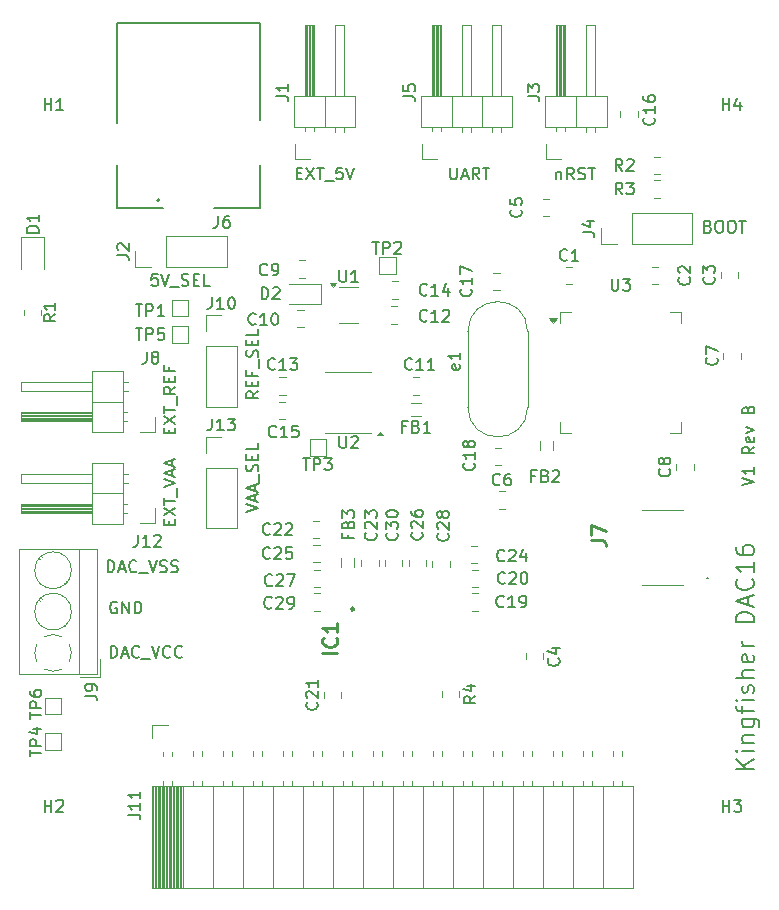
<source format=gbr>
%TF.GenerationSoftware,KiCad,Pcbnew,8.0.5*%
%TF.CreationDate,2024-10-20T03:08:34+02:00*%
%TF.ProjectId,Kingfisher,4b696e67-6669-4736-9865-722e6b696361,rev?*%
%TF.SameCoordinates,Original*%
%TF.FileFunction,Legend,Top*%
%TF.FilePolarity,Positive*%
%FSLAX46Y46*%
G04 Gerber Fmt 4.6, Leading zero omitted, Abs format (unit mm)*
G04 Created by KiCad (PCBNEW 8.0.5) date 2024-10-20 03:08:34*
%MOMM*%
%LPD*%
G01*
G04 APERTURE LIST*
%ADD10C,0.200000*%
%ADD11C,0.187500*%
%ADD12C,0.150000*%
%ADD13C,0.254000*%
%ADD14C,0.120000*%
%ADD15C,0.100000*%
%ADD16C,0.127000*%
%ADD17C,0.250000*%
G04 APERTURE END LIST*
D10*
X125869673Y-109867219D02*
X125869673Y-108867219D01*
X125869673Y-108867219D02*
X126107768Y-108867219D01*
X126107768Y-108867219D02*
X126250625Y-108914838D01*
X126250625Y-108914838D02*
X126345863Y-109010076D01*
X126345863Y-109010076D02*
X126393482Y-109105314D01*
X126393482Y-109105314D02*
X126441101Y-109295790D01*
X126441101Y-109295790D02*
X126441101Y-109438647D01*
X126441101Y-109438647D02*
X126393482Y-109629123D01*
X126393482Y-109629123D02*
X126345863Y-109724361D01*
X126345863Y-109724361D02*
X126250625Y-109819600D01*
X126250625Y-109819600D02*
X126107768Y-109867219D01*
X126107768Y-109867219D02*
X125869673Y-109867219D01*
X126822054Y-109581504D02*
X127298244Y-109581504D01*
X126726816Y-109867219D02*
X127060149Y-108867219D01*
X127060149Y-108867219D02*
X127393482Y-109867219D01*
X128298244Y-109771980D02*
X128250625Y-109819600D01*
X128250625Y-109819600D02*
X128107768Y-109867219D01*
X128107768Y-109867219D02*
X128012530Y-109867219D01*
X128012530Y-109867219D02*
X127869673Y-109819600D01*
X127869673Y-109819600D02*
X127774435Y-109724361D01*
X127774435Y-109724361D02*
X127726816Y-109629123D01*
X127726816Y-109629123D02*
X127679197Y-109438647D01*
X127679197Y-109438647D02*
X127679197Y-109295790D01*
X127679197Y-109295790D02*
X127726816Y-109105314D01*
X127726816Y-109105314D02*
X127774435Y-109010076D01*
X127774435Y-109010076D02*
X127869673Y-108914838D01*
X127869673Y-108914838D02*
X128012530Y-108867219D01*
X128012530Y-108867219D02*
X128107768Y-108867219D01*
X128107768Y-108867219D02*
X128250625Y-108914838D01*
X128250625Y-108914838D02*
X128298244Y-108962457D01*
X128488721Y-109962457D02*
X129250625Y-109962457D01*
X129345864Y-108867219D02*
X129679197Y-109867219D01*
X129679197Y-109867219D02*
X130012530Y-108867219D01*
X130298245Y-109819600D02*
X130441102Y-109867219D01*
X130441102Y-109867219D02*
X130679197Y-109867219D01*
X130679197Y-109867219D02*
X130774435Y-109819600D01*
X130774435Y-109819600D02*
X130822054Y-109771980D01*
X130822054Y-109771980D02*
X130869673Y-109676742D01*
X130869673Y-109676742D02*
X130869673Y-109581504D01*
X130869673Y-109581504D02*
X130822054Y-109486266D01*
X130822054Y-109486266D02*
X130774435Y-109438647D01*
X130774435Y-109438647D02*
X130679197Y-109391028D01*
X130679197Y-109391028D02*
X130488721Y-109343409D01*
X130488721Y-109343409D02*
X130393483Y-109295790D01*
X130393483Y-109295790D02*
X130345864Y-109248171D01*
X130345864Y-109248171D02*
X130298245Y-109152933D01*
X130298245Y-109152933D02*
X130298245Y-109057695D01*
X130298245Y-109057695D02*
X130345864Y-108962457D01*
X130345864Y-108962457D02*
X130393483Y-108914838D01*
X130393483Y-108914838D02*
X130488721Y-108867219D01*
X130488721Y-108867219D02*
X130726816Y-108867219D01*
X130726816Y-108867219D02*
X130869673Y-108914838D01*
X131250626Y-109819600D02*
X131393483Y-109867219D01*
X131393483Y-109867219D02*
X131631578Y-109867219D01*
X131631578Y-109867219D02*
X131726816Y-109819600D01*
X131726816Y-109819600D02*
X131774435Y-109771980D01*
X131774435Y-109771980D02*
X131822054Y-109676742D01*
X131822054Y-109676742D02*
X131822054Y-109581504D01*
X131822054Y-109581504D02*
X131774435Y-109486266D01*
X131774435Y-109486266D02*
X131726816Y-109438647D01*
X131726816Y-109438647D02*
X131631578Y-109391028D01*
X131631578Y-109391028D02*
X131441102Y-109343409D01*
X131441102Y-109343409D02*
X131345864Y-109295790D01*
X131345864Y-109295790D02*
X131298245Y-109248171D01*
X131298245Y-109248171D02*
X131250626Y-109152933D01*
X131250626Y-109152933D02*
X131250626Y-109057695D01*
X131250626Y-109057695D02*
X131298245Y-108962457D01*
X131298245Y-108962457D02*
X131345864Y-108914838D01*
X131345864Y-108914838D02*
X131441102Y-108867219D01*
X131441102Y-108867219D02*
X131679197Y-108867219D01*
X131679197Y-108867219D02*
X131822054Y-108914838D01*
X163869673Y-75950552D02*
X163869673Y-76617219D01*
X163869673Y-76045790D02*
X163917292Y-75998171D01*
X163917292Y-75998171D02*
X164012530Y-75950552D01*
X164012530Y-75950552D02*
X164155387Y-75950552D01*
X164155387Y-75950552D02*
X164250625Y-75998171D01*
X164250625Y-75998171D02*
X164298244Y-76093409D01*
X164298244Y-76093409D02*
X164298244Y-76617219D01*
X165345863Y-76617219D02*
X165012530Y-76141028D01*
X164774435Y-76617219D02*
X164774435Y-75617219D01*
X164774435Y-75617219D02*
X165155387Y-75617219D01*
X165155387Y-75617219D02*
X165250625Y-75664838D01*
X165250625Y-75664838D02*
X165298244Y-75712457D01*
X165298244Y-75712457D02*
X165345863Y-75807695D01*
X165345863Y-75807695D02*
X165345863Y-75950552D01*
X165345863Y-75950552D02*
X165298244Y-76045790D01*
X165298244Y-76045790D02*
X165250625Y-76093409D01*
X165250625Y-76093409D02*
X165155387Y-76141028D01*
X165155387Y-76141028D02*
X164774435Y-76141028D01*
X165726816Y-76569600D02*
X165869673Y-76617219D01*
X165869673Y-76617219D02*
X166107768Y-76617219D01*
X166107768Y-76617219D02*
X166203006Y-76569600D01*
X166203006Y-76569600D02*
X166250625Y-76521980D01*
X166250625Y-76521980D02*
X166298244Y-76426742D01*
X166298244Y-76426742D02*
X166298244Y-76331504D01*
X166298244Y-76331504D02*
X166250625Y-76236266D01*
X166250625Y-76236266D02*
X166203006Y-76188647D01*
X166203006Y-76188647D02*
X166107768Y-76141028D01*
X166107768Y-76141028D02*
X165917292Y-76093409D01*
X165917292Y-76093409D02*
X165822054Y-76045790D01*
X165822054Y-76045790D02*
X165774435Y-75998171D01*
X165774435Y-75998171D02*
X165726816Y-75902933D01*
X165726816Y-75902933D02*
X165726816Y-75807695D01*
X165726816Y-75807695D02*
X165774435Y-75712457D01*
X165774435Y-75712457D02*
X165822054Y-75664838D01*
X165822054Y-75664838D02*
X165917292Y-75617219D01*
X165917292Y-75617219D02*
X166155387Y-75617219D01*
X166155387Y-75617219D02*
X166298244Y-75664838D01*
X166583959Y-75617219D02*
X167155387Y-75617219D01*
X166869673Y-76617219D02*
X166869673Y-75617219D01*
X130095863Y-84617219D02*
X129619673Y-84617219D01*
X129619673Y-84617219D02*
X129572054Y-85093409D01*
X129572054Y-85093409D02*
X129619673Y-85045790D01*
X129619673Y-85045790D02*
X129714911Y-84998171D01*
X129714911Y-84998171D02*
X129953006Y-84998171D01*
X129953006Y-84998171D02*
X130048244Y-85045790D01*
X130048244Y-85045790D02*
X130095863Y-85093409D01*
X130095863Y-85093409D02*
X130143482Y-85188647D01*
X130143482Y-85188647D02*
X130143482Y-85426742D01*
X130143482Y-85426742D02*
X130095863Y-85521980D01*
X130095863Y-85521980D02*
X130048244Y-85569600D01*
X130048244Y-85569600D02*
X129953006Y-85617219D01*
X129953006Y-85617219D02*
X129714911Y-85617219D01*
X129714911Y-85617219D02*
X129619673Y-85569600D01*
X129619673Y-85569600D02*
X129572054Y-85521980D01*
X130429197Y-84617219D02*
X130762530Y-85617219D01*
X130762530Y-85617219D02*
X131095863Y-84617219D01*
X131191102Y-85712457D02*
X131953006Y-85712457D01*
X132143483Y-85569600D02*
X132286340Y-85617219D01*
X132286340Y-85617219D02*
X132524435Y-85617219D01*
X132524435Y-85617219D02*
X132619673Y-85569600D01*
X132619673Y-85569600D02*
X132667292Y-85521980D01*
X132667292Y-85521980D02*
X132714911Y-85426742D01*
X132714911Y-85426742D02*
X132714911Y-85331504D01*
X132714911Y-85331504D02*
X132667292Y-85236266D01*
X132667292Y-85236266D02*
X132619673Y-85188647D01*
X132619673Y-85188647D02*
X132524435Y-85141028D01*
X132524435Y-85141028D02*
X132333959Y-85093409D01*
X132333959Y-85093409D02*
X132238721Y-85045790D01*
X132238721Y-85045790D02*
X132191102Y-84998171D01*
X132191102Y-84998171D02*
X132143483Y-84902933D01*
X132143483Y-84902933D02*
X132143483Y-84807695D01*
X132143483Y-84807695D02*
X132191102Y-84712457D01*
X132191102Y-84712457D02*
X132238721Y-84664838D01*
X132238721Y-84664838D02*
X132333959Y-84617219D01*
X132333959Y-84617219D02*
X132572054Y-84617219D01*
X132572054Y-84617219D02*
X132714911Y-84664838D01*
X133143483Y-85093409D02*
X133476816Y-85093409D01*
X133619673Y-85617219D02*
X133143483Y-85617219D01*
X133143483Y-85617219D02*
X133143483Y-84617219D01*
X133143483Y-84617219D02*
X133619673Y-84617219D01*
X134524435Y-85617219D02*
X134048245Y-85617219D01*
X134048245Y-85617219D02*
X134048245Y-84617219D01*
X138617219Y-94558898D02*
X138141028Y-94892231D01*
X138617219Y-95130326D02*
X137617219Y-95130326D01*
X137617219Y-95130326D02*
X137617219Y-94749374D01*
X137617219Y-94749374D02*
X137664838Y-94654136D01*
X137664838Y-94654136D02*
X137712457Y-94606517D01*
X137712457Y-94606517D02*
X137807695Y-94558898D01*
X137807695Y-94558898D02*
X137950552Y-94558898D01*
X137950552Y-94558898D02*
X138045790Y-94606517D01*
X138045790Y-94606517D02*
X138093409Y-94654136D01*
X138093409Y-94654136D02*
X138141028Y-94749374D01*
X138141028Y-94749374D02*
X138141028Y-95130326D01*
X138093409Y-94130326D02*
X138093409Y-93796993D01*
X138617219Y-93654136D02*
X138617219Y-94130326D01*
X138617219Y-94130326D02*
X137617219Y-94130326D01*
X137617219Y-94130326D02*
X137617219Y-93654136D01*
X138093409Y-92892231D02*
X138093409Y-93225564D01*
X138617219Y-93225564D02*
X137617219Y-93225564D01*
X137617219Y-93225564D02*
X137617219Y-92749374D01*
X138712457Y-92606517D02*
X138712457Y-91844612D01*
X138569600Y-91654135D02*
X138617219Y-91511278D01*
X138617219Y-91511278D02*
X138617219Y-91273183D01*
X138617219Y-91273183D02*
X138569600Y-91177945D01*
X138569600Y-91177945D02*
X138521980Y-91130326D01*
X138521980Y-91130326D02*
X138426742Y-91082707D01*
X138426742Y-91082707D02*
X138331504Y-91082707D01*
X138331504Y-91082707D02*
X138236266Y-91130326D01*
X138236266Y-91130326D02*
X138188647Y-91177945D01*
X138188647Y-91177945D02*
X138141028Y-91273183D01*
X138141028Y-91273183D02*
X138093409Y-91463659D01*
X138093409Y-91463659D02*
X138045790Y-91558897D01*
X138045790Y-91558897D02*
X137998171Y-91606516D01*
X137998171Y-91606516D02*
X137902933Y-91654135D01*
X137902933Y-91654135D02*
X137807695Y-91654135D01*
X137807695Y-91654135D02*
X137712457Y-91606516D01*
X137712457Y-91606516D02*
X137664838Y-91558897D01*
X137664838Y-91558897D02*
X137617219Y-91463659D01*
X137617219Y-91463659D02*
X137617219Y-91225564D01*
X137617219Y-91225564D02*
X137664838Y-91082707D01*
X138093409Y-90654135D02*
X138093409Y-90320802D01*
X138617219Y-90177945D02*
X138617219Y-90654135D01*
X138617219Y-90654135D02*
X137617219Y-90654135D01*
X137617219Y-90654135D02*
X137617219Y-90177945D01*
X138617219Y-89273183D02*
X138617219Y-89749373D01*
X138617219Y-89749373D02*
X137617219Y-89749373D01*
X154869673Y-75617219D02*
X154869673Y-76426742D01*
X154869673Y-76426742D02*
X154917292Y-76521980D01*
X154917292Y-76521980D02*
X154964911Y-76569600D01*
X154964911Y-76569600D02*
X155060149Y-76617219D01*
X155060149Y-76617219D02*
X155250625Y-76617219D01*
X155250625Y-76617219D02*
X155345863Y-76569600D01*
X155345863Y-76569600D02*
X155393482Y-76521980D01*
X155393482Y-76521980D02*
X155441101Y-76426742D01*
X155441101Y-76426742D02*
X155441101Y-75617219D01*
X155869673Y-76331504D02*
X156345863Y-76331504D01*
X155774435Y-76617219D02*
X156107768Y-75617219D01*
X156107768Y-75617219D02*
X156441101Y-76617219D01*
X157345863Y-76617219D02*
X157012530Y-76141028D01*
X156774435Y-76617219D02*
X156774435Y-75617219D01*
X156774435Y-75617219D02*
X157155387Y-75617219D01*
X157155387Y-75617219D02*
X157250625Y-75664838D01*
X157250625Y-75664838D02*
X157298244Y-75712457D01*
X157298244Y-75712457D02*
X157345863Y-75807695D01*
X157345863Y-75807695D02*
X157345863Y-75950552D01*
X157345863Y-75950552D02*
X157298244Y-76045790D01*
X157298244Y-76045790D02*
X157250625Y-76093409D01*
X157250625Y-76093409D02*
X157155387Y-76141028D01*
X157155387Y-76141028D02*
X156774435Y-76141028D01*
X157631578Y-75617219D02*
X158203006Y-75617219D01*
X157917292Y-76617219D02*
X157917292Y-75617219D01*
X126643482Y-112414838D02*
X126548244Y-112367219D01*
X126548244Y-112367219D02*
X126405387Y-112367219D01*
X126405387Y-112367219D02*
X126262530Y-112414838D01*
X126262530Y-112414838D02*
X126167292Y-112510076D01*
X126167292Y-112510076D02*
X126119673Y-112605314D01*
X126119673Y-112605314D02*
X126072054Y-112795790D01*
X126072054Y-112795790D02*
X126072054Y-112938647D01*
X126072054Y-112938647D02*
X126119673Y-113129123D01*
X126119673Y-113129123D02*
X126167292Y-113224361D01*
X126167292Y-113224361D02*
X126262530Y-113319600D01*
X126262530Y-113319600D02*
X126405387Y-113367219D01*
X126405387Y-113367219D02*
X126500625Y-113367219D01*
X126500625Y-113367219D02*
X126643482Y-113319600D01*
X126643482Y-113319600D02*
X126691101Y-113271980D01*
X126691101Y-113271980D02*
X126691101Y-112938647D01*
X126691101Y-112938647D02*
X126500625Y-112938647D01*
X127119673Y-113367219D02*
X127119673Y-112367219D01*
X127119673Y-112367219D02*
X127691101Y-113367219D01*
X127691101Y-113367219D02*
X127691101Y-112367219D01*
X128167292Y-113367219D02*
X128167292Y-112367219D01*
X128167292Y-112367219D02*
X128405387Y-112367219D01*
X128405387Y-112367219D02*
X128548244Y-112414838D01*
X128548244Y-112414838D02*
X128643482Y-112510076D01*
X128643482Y-112510076D02*
X128691101Y-112605314D01*
X128691101Y-112605314D02*
X128738720Y-112795790D01*
X128738720Y-112795790D02*
X128738720Y-112938647D01*
X128738720Y-112938647D02*
X128691101Y-113129123D01*
X128691101Y-113129123D02*
X128643482Y-113224361D01*
X128643482Y-113224361D02*
X128548244Y-113319600D01*
X128548244Y-113319600D02*
X128405387Y-113367219D01*
X128405387Y-113367219D02*
X128167292Y-113367219D01*
X131093409Y-105880326D02*
X131093409Y-105546993D01*
X131617219Y-105404136D02*
X131617219Y-105880326D01*
X131617219Y-105880326D02*
X130617219Y-105880326D01*
X130617219Y-105880326D02*
X130617219Y-105404136D01*
X130617219Y-105070802D02*
X131617219Y-104404136D01*
X130617219Y-104404136D02*
X131617219Y-105070802D01*
X130617219Y-104166040D02*
X130617219Y-103594612D01*
X131617219Y-103880326D02*
X130617219Y-103880326D01*
X131712457Y-103499374D02*
X131712457Y-102737469D01*
X130617219Y-102642230D02*
X131617219Y-102308897D01*
X131617219Y-102308897D02*
X130617219Y-101975564D01*
X131331504Y-101689849D02*
X131331504Y-101213659D01*
X131617219Y-101785087D02*
X130617219Y-101451754D01*
X130617219Y-101451754D02*
X131617219Y-101118421D01*
X131331504Y-100832706D02*
X131331504Y-100356516D01*
X131617219Y-100927944D02*
X130617219Y-100594611D01*
X130617219Y-100594611D02*
X131617219Y-100261278D01*
X176703006Y-80593409D02*
X176845863Y-80641028D01*
X176845863Y-80641028D02*
X176893482Y-80688647D01*
X176893482Y-80688647D02*
X176941101Y-80783885D01*
X176941101Y-80783885D02*
X176941101Y-80926742D01*
X176941101Y-80926742D02*
X176893482Y-81021980D01*
X176893482Y-81021980D02*
X176845863Y-81069600D01*
X176845863Y-81069600D02*
X176750625Y-81117219D01*
X176750625Y-81117219D02*
X176369673Y-81117219D01*
X176369673Y-81117219D02*
X176369673Y-80117219D01*
X176369673Y-80117219D02*
X176703006Y-80117219D01*
X176703006Y-80117219D02*
X176798244Y-80164838D01*
X176798244Y-80164838D02*
X176845863Y-80212457D01*
X176845863Y-80212457D02*
X176893482Y-80307695D01*
X176893482Y-80307695D02*
X176893482Y-80402933D01*
X176893482Y-80402933D02*
X176845863Y-80498171D01*
X176845863Y-80498171D02*
X176798244Y-80545790D01*
X176798244Y-80545790D02*
X176703006Y-80593409D01*
X176703006Y-80593409D02*
X176369673Y-80593409D01*
X177560149Y-80117219D02*
X177750625Y-80117219D01*
X177750625Y-80117219D02*
X177845863Y-80164838D01*
X177845863Y-80164838D02*
X177941101Y-80260076D01*
X177941101Y-80260076D02*
X177988720Y-80450552D01*
X177988720Y-80450552D02*
X177988720Y-80783885D01*
X177988720Y-80783885D02*
X177941101Y-80974361D01*
X177941101Y-80974361D02*
X177845863Y-81069600D01*
X177845863Y-81069600D02*
X177750625Y-81117219D01*
X177750625Y-81117219D02*
X177560149Y-81117219D01*
X177560149Y-81117219D02*
X177464911Y-81069600D01*
X177464911Y-81069600D02*
X177369673Y-80974361D01*
X177369673Y-80974361D02*
X177322054Y-80783885D01*
X177322054Y-80783885D02*
X177322054Y-80450552D01*
X177322054Y-80450552D02*
X177369673Y-80260076D01*
X177369673Y-80260076D02*
X177464911Y-80164838D01*
X177464911Y-80164838D02*
X177560149Y-80117219D01*
X178607768Y-80117219D02*
X178798244Y-80117219D01*
X178798244Y-80117219D02*
X178893482Y-80164838D01*
X178893482Y-80164838D02*
X178988720Y-80260076D01*
X178988720Y-80260076D02*
X179036339Y-80450552D01*
X179036339Y-80450552D02*
X179036339Y-80783885D01*
X179036339Y-80783885D02*
X178988720Y-80974361D01*
X178988720Y-80974361D02*
X178893482Y-81069600D01*
X178893482Y-81069600D02*
X178798244Y-81117219D01*
X178798244Y-81117219D02*
X178607768Y-81117219D01*
X178607768Y-81117219D02*
X178512530Y-81069600D01*
X178512530Y-81069600D02*
X178417292Y-80974361D01*
X178417292Y-80974361D02*
X178369673Y-80783885D01*
X178369673Y-80783885D02*
X178369673Y-80450552D01*
X178369673Y-80450552D02*
X178417292Y-80260076D01*
X178417292Y-80260076D02*
X178512530Y-80164838D01*
X178512530Y-80164838D02*
X178607768Y-80117219D01*
X179322054Y-80117219D02*
X179893482Y-80117219D01*
X179607768Y-81117219D02*
X179607768Y-80117219D01*
D11*
X180556678Y-126519502D02*
X179056678Y-126519502D01*
X180556678Y-125662359D02*
X179699535Y-126305216D01*
X179056678Y-125662359D02*
X179913821Y-126519502D01*
X180556678Y-125019502D02*
X179556678Y-125019502D01*
X179056678Y-125019502D02*
X179128107Y-125090930D01*
X179128107Y-125090930D02*
X179199535Y-125019502D01*
X179199535Y-125019502D02*
X179128107Y-124948073D01*
X179128107Y-124948073D02*
X179056678Y-125019502D01*
X179056678Y-125019502D02*
X179199535Y-125019502D01*
X179556678Y-124305216D02*
X180556678Y-124305216D01*
X179699535Y-124305216D02*
X179628107Y-124233787D01*
X179628107Y-124233787D02*
X179556678Y-124090930D01*
X179556678Y-124090930D02*
X179556678Y-123876644D01*
X179556678Y-123876644D02*
X179628107Y-123733787D01*
X179628107Y-123733787D02*
X179770964Y-123662359D01*
X179770964Y-123662359D02*
X180556678Y-123662359D01*
X179556678Y-122305216D02*
X180770964Y-122305216D01*
X180770964Y-122305216D02*
X180913821Y-122376644D01*
X180913821Y-122376644D02*
X180985250Y-122448073D01*
X180985250Y-122448073D02*
X181056678Y-122590930D01*
X181056678Y-122590930D02*
X181056678Y-122805216D01*
X181056678Y-122805216D02*
X180985250Y-122948073D01*
X180485250Y-122305216D02*
X180556678Y-122448073D01*
X180556678Y-122448073D02*
X180556678Y-122733787D01*
X180556678Y-122733787D02*
X180485250Y-122876644D01*
X180485250Y-122876644D02*
X180413821Y-122948073D01*
X180413821Y-122948073D02*
X180270964Y-123019501D01*
X180270964Y-123019501D02*
X179842392Y-123019501D01*
X179842392Y-123019501D02*
X179699535Y-122948073D01*
X179699535Y-122948073D02*
X179628107Y-122876644D01*
X179628107Y-122876644D02*
X179556678Y-122733787D01*
X179556678Y-122733787D02*
X179556678Y-122448073D01*
X179556678Y-122448073D02*
X179628107Y-122305216D01*
X179556678Y-121805215D02*
X179556678Y-121233787D01*
X180556678Y-121590930D02*
X179270964Y-121590930D01*
X179270964Y-121590930D02*
X179128107Y-121519501D01*
X179128107Y-121519501D02*
X179056678Y-121376644D01*
X179056678Y-121376644D02*
X179056678Y-121233787D01*
X180556678Y-120733787D02*
X179556678Y-120733787D01*
X179056678Y-120733787D02*
X179128107Y-120805215D01*
X179128107Y-120805215D02*
X179199535Y-120733787D01*
X179199535Y-120733787D02*
X179128107Y-120662358D01*
X179128107Y-120662358D02*
X179056678Y-120733787D01*
X179056678Y-120733787D02*
X179199535Y-120733787D01*
X180485250Y-120090929D02*
X180556678Y-119948072D01*
X180556678Y-119948072D02*
X180556678Y-119662358D01*
X180556678Y-119662358D02*
X180485250Y-119519501D01*
X180485250Y-119519501D02*
X180342392Y-119448072D01*
X180342392Y-119448072D02*
X180270964Y-119448072D01*
X180270964Y-119448072D02*
X180128107Y-119519501D01*
X180128107Y-119519501D02*
X180056678Y-119662358D01*
X180056678Y-119662358D02*
X180056678Y-119876644D01*
X180056678Y-119876644D02*
X179985250Y-120019501D01*
X179985250Y-120019501D02*
X179842392Y-120090929D01*
X179842392Y-120090929D02*
X179770964Y-120090929D01*
X179770964Y-120090929D02*
X179628107Y-120019501D01*
X179628107Y-120019501D02*
X179556678Y-119876644D01*
X179556678Y-119876644D02*
X179556678Y-119662358D01*
X179556678Y-119662358D02*
X179628107Y-119519501D01*
X180556678Y-118805215D02*
X179056678Y-118805215D01*
X180556678Y-118162358D02*
X179770964Y-118162358D01*
X179770964Y-118162358D02*
X179628107Y-118233786D01*
X179628107Y-118233786D02*
X179556678Y-118376643D01*
X179556678Y-118376643D02*
X179556678Y-118590929D01*
X179556678Y-118590929D02*
X179628107Y-118733786D01*
X179628107Y-118733786D02*
X179699535Y-118805215D01*
X180485250Y-116876643D02*
X180556678Y-117019500D01*
X180556678Y-117019500D02*
X180556678Y-117305215D01*
X180556678Y-117305215D02*
X180485250Y-117448072D01*
X180485250Y-117448072D02*
X180342392Y-117519500D01*
X180342392Y-117519500D02*
X179770964Y-117519500D01*
X179770964Y-117519500D02*
X179628107Y-117448072D01*
X179628107Y-117448072D02*
X179556678Y-117305215D01*
X179556678Y-117305215D02*
X179556678Y-117019500D01*
X179556678Y-117019500D02*
X179628107Y-116876643D01*
X179628107Y-116876643D02*
X179770964Y-116805215D01*
X179770964Y-116805215D02*
X179913821Y-116805215D01*
X179913821Y-116805215D02*
X180056678Y-117519500D01*
X180556678Y-116162358D02*
X179556678Y-116162358D01*
X179842392Y-116162358D02*
X179699535Y-116090929D01*
X179699535Y-116090929D02*
X179628107Y-116019501D01*
X179628107Y-116019501D02*
X179556678Y-115876643D01*
X179556678Y-115876643D02*
X179556678Y-115733786D01*
X180556678Y-114090930D02*
X179056678Y-114090930D01*
X179056678Y-114090930D02*
X179056678Y-113733787D01*
X179056678Y-113733787D02*
X179128107Y-113519501D01*
X179128107Y-113519501D02*
X179270964Y-113376644D01*
X179270964Y-113376644D02*
X179413821Y-113305215D01*
X179413821Y-113305215D02*
X179699535Y-113233787D01*
X179699535Y-113233787D02*
X179913821Y-113233787D01*
X179913821Y-113233787D02*
X180199535Y-113305215D01*
X180199535Y-113305215D02*
X180342392Y-113376644D01*
X180342392Y-113376644D02*
X180485250Y-113519501D01*
X180485250Y-113519501D02*
X180556678Y-113733787D01*
X180556678Y-113733787D02*
X180556678Y-114090930D01*
X180128107Y-112662358D02*
X180128107Y-111948073D01*
X180556678Y-112805215D02*
X179056678Y-112305215D01*
X179056678Y-112305215D02*
X180556678Y-111805215D01*
X180413821Y-110448073D02*
X180485250Y-110519501D01*
X180485250Y-110519501D02*
X180556678Y-110733787D01*
X180556678Y-110733787D02*
X180556678Y-110876644D01*
X180556678Y-110876644D02*
X180485250Y-111090930D01*
X180485250Y-111090930D02*
X180342392Y-111233787D01*
X180342392Y-111233787D02*
X180199535Y-111305216D01*
X180199535Y-111305216D02*
X179913821Y-111376644D01*
X179913821Y-111376644D02*
X179699535Y-111376644D01*
X179699535Y-111376644D02*
X179413821Y-111305216D01*
X179413821Y-111305216D02*
X179270964Y-111233787D01*
X179270964Y-111233787D02*
X179128107Y-111090930D01*
X179128107Y-111090930D02*
X179056678Y-110876644D01*
X179056678Y-110876644D02*
X179056678Y-110733787D01*
X179056678Y-110733787D02*
X179128107Y-110519501D01*
X179128107Y-110519501D02*
X179199535Y-110448073D01*
X180556678Y-109019501D02*
X180556678Y-109876644D01*
X180556678Y-109448073D02*
X179056678Y-109448073D01*
X179056678Y-109448073D02*
X179270964Y-109590930D01*
X179270964Y-109590930D02*
X179413821Y-109733787D01*
X179413821Y-109733787D02*
X179485250Y-109876644D01*
X179056678Y-107733788D02*
X179056678Y-108019502D01*
X179056678Y-108019502D02*
X179128107Y-108162359D01*
X179128107Y-108162359D02*
X179199535Y-108233788D01*
X179199535Y-108233788D02*
X179413821Y-108376645D01*
X179413821Y-108376645D02*
X179699535Y-108448073D01*
X179699535Y-108448073D02*
X180270964Y-108448073D01*
X180270964Y-108448073D02*
X180413821Y-108376645D01*
X180413821Y-108376645D02*
X180485250Y-108305216D01*
X180485250Y-108305216D02*
X180556678Y-108162359D01*
X180556678Y-108162359D02*
X180556678Y-107876645D01*
X180556678Y-107876645D02*
X180485250Y-107733788D01*
X180485250Y-107733788D02*
X180413821Y-107662359D01*
X180413821Y-107662359D02*
X180270964Y-107590930D01*
X180270964Y-107590930D02*
X179913821Y-107590930D01*
X179913821Y-107590930D02*
X179770964Y-107662359D01*
X179770964Y-107662359D02*
X179699535Y-107733788D01*
X179699535Y-107733788D02*
X179628107Y-107876645D01*
X179628107Y-107876645D02*
X179628107Y-108162359D01*
X179628107Y-108162359D02*
X179699535Y-108305216D01*
X179699535Y-108305216D02*
X179770964Y-108376645D01*
X179770964Y-108376645D02*
X179913821Y-108448073D01*
D10*
X141869673Y-76093409D02*
X142203006Y-76093409D01*
X142345863Y-76617219D02*
X141869673Y-76617219D01*
X141869673Y-76617219D02*
X141869673Y-75617219D01*
X141869673Y-75617219D02*
X142345863Y-75617219D01*
X142679197Y-75617219D02*
X143345863Y-76617219D01*
X143345863Y-75617219D02*
X142679197Y-76617219D01*
X143583959Y-75617219D02*
X144155387Y-75617219D01*
X143869673Y-76617219D02*
X143869673Y-75617219D01*
X144250626Y-76712457D02*
X145012530Y-76712457D01*
X145726816Y-75617219D02*
X145250626Y-75617219D01*
X145250626Y-75617219D02*
X145203007Y-76093409D01*
X145203007Y-76093409D02*
X145250626Y-76045790D01*
X145250626Y-76045790D02*
X145345864Y-75998171D01*
X145345864Y-75998171D02*
X145583959Y-75998171D01*
X145583959Y-75998171D02*
X145679197Y-76045790D01*
X145679197Y-76045790D02*
X145726816Y-76093409D01*
X145726816Y-76093409D02*
X145774435Y-76188647D01*
X145774435Y-76188647D02*
X145774435Y-76426742D01*
X145774435Y-76426742D02*
X145726816Y-76521980D01*
X145726816Y-76521980D02*
X145679197Y-76569600D01*
X145679197Y-76569600D02*
X145583959Y-76617219D01*
X145583959Y-76617219D02*
X145345864Y-76617219D01*
X145345864Y-76617219D02*
X145250626Y-76569600D01*
X145250626Y-76569600D02*
X145203007Y-76521980D01*
X146060150Y-75617219D02*
X146393483Y-76617219D01*
X146393483Y-76617219D02*
X146726816Y-75617219D01*
X126119673Y-117117219D02*
X126119673Y-116117219D01*
X126119673Y-116117219D02*
X126357768Y-116117219D01*
X126357768Y-116117219D02*
X126500625Y-116164838D01*
X126500625Y-116164838D02*
X126595863Y-116260076D01*
X126595863Y-116260076D02*
X126643482Y-116355314D01*
X126643482Y-116355314D02*
X126691101Y-116545790D01*
X126691101Y-116545790D02*
X126691101Y-116688647D01*
X126691101Y-116688647D02*
X126643482Y-116879123D01*
X126643482Y-116879123D02*
X126595863Y-116974361D01*
X126595863Y-116974361D02*
X126500625Y-117069600D01*
X126500625Y-117069600D02*
X126357768Y-117117219D01*
X126357768Y-117117219D02*
X126119673Y-117117219D01*
X127072054Y-116831504D02*
X127548244Y-116831504D01*
X126976816Y-117117219D02*
X127310149Y-116117219D01*
X127310149Y-116117219D02*
X127643482Y-117117219D01*
X128548244Y-117021980D02*
X128500625Y-117069600D01*
X128500625Y-117069600D02*
X128357768Y-117117219D01*
X128357768Y-117117219D02*
X128262530Y-117117219D01*
X128262530Y-117117219D02*
X128119673Y-117069600D01*
X128119673Y-117069600D02*
X128024435Y-116974361D01*
X128024435Y-116974361D02*
X127976816Y-116879123D01*
X127976816Y-116879123D02*
X127929197Y-116688647D01*
X127929197Y-116688647D02*
X127929197Y-116545790D01*
X127929197Y-116545790D02*
X127976816Y-116355314D01*
X127976816Y-116355314D02*
X128024435Y-116260076D01*
X128024435Y-116260076D02*
X128119673Y-116164838D01*
X128119673Y-116164838D02*
X128262530Y-116117219D01*
X128262530Y-116117219D02*
X128357768Y-116117219D01*
X128357768Y-116117219D02*
X128500625Y-116164838D01*
X128500625Y-116164838D02*
X128548244Y-116212457D01*
X128738721Y-117212457D02*
X129500625Y-117212457D01*
X129595864Y-116117219D02*
X129929197Y-117117219D01*
X129929197Y-117117219D02*
X130262530Y-116117219D01*
X131167292Y-117021980D02*
X131119673Y-117069600D01*
X131119673Y-117069600D02*
X130976816Y-117117219D01*
X130976816Y-117117219D02*
X130881578Y-117117219D01*
X130881578Y-117117219D02*
X130738721Y-117069600D01*
X130738721Y-117069600D02*
X130643483Y-116974361D01*
X130643483Y-116974361D02*
X130595864Y-116879123D01*
X130595864Y-116879123D02*
X130548245Y-116688647D01*
X130548245Y-116688647D02*
X130548245Y-116545790D01*
X130548245Y-116545790D02*
X130595864Y-116355314D01*
X130595864Y-116355314D02*
X130643483Y-116260076D01*
X130643483Y-116260076D02*
X130738721Y-116164838D01*
X130738721Y-116164838D02*
X130881578Y-116117219D01*
X130881578Y-116117219D02*
X130976816Y-116117219D01*
X130976816Y-116117219D02*
X131119673Y-116164838D01*
X131119673Y-116164838D02*
X131167292Y-116212457D01*
X132167292Y-117021980D02*
X132119673Y-117069600D01*
X132119673Y-117069600D02*
X131976816Y-117117219D01*
X131976816Y-117117219D02*
X131881578Y-117117219D01*
X131881578Y-117117219D02*
X131738721Y-117069600D01*
X131738721Y-117069600D02*
X131643483Y-116974361D01*
X131643483Y-116974361D02*
X131595864Y-116879123D01*
X131595864Y-116879123D02*
X131548245Y-116688647D01*
X131548245Y-116688647D02*
X131548245Y-116545790D01*
X131548245Y-116545790D02*
X131595864Y-116355314D01*
X131595864Y-116355314D02*
X131643483Y-116260076D01*
X131643483Y-116260076D02*
X131738721Y-116164838D01*
X131738721Y-116164838D02*
X131881578Y-116117219D01*
X131881578Y-116117219D02*
X131976816Y-116117219D01*
X131976816Y-116117219D02*
X132119673Y-116164838D01*
X132119673Y-116164838D02*
X132167292Y-116212457D01*
X137617219Y-104773183D02*
X138617219Y-104439850D01*
X138617219Y-104439850D02*
X137617219Y-104106517D01*
X138331504Y-103820802D02*
X138331504Y-103344612D01*
X138617219Y-103916040D02*
X137617219Y-103582707D01*
X137617219Y-103582707D02*
X138617219Y-103249374D01*
X138331504Y-102963659D02*
X138331504Y-102487469D01*
X138617219Y-103058897D02*
X137617219Y-102725564D01*
X137617219Y-102725564D02*
X138617219Y-102392231D01*
X138712457Y-102296993D02*
X138712457Y-101535088D01*
X138569600Y-101344611D02*
X138617219Y-101201754D01*
X138617219Y-101201754D02*
X138617219Y-100963659D01*
X138617219Y-100963659D02*
X138569600Y-100868421D01*
X138569600Y-100868421D02*
X138521980Y-100820802D01*
X138521980Y-100820802D02*
X138426742Y-100773183D01*
X138426742Y-100773183D02*
X138331504Y-100773183D01*
X138331504Y-100773183D02*
X138236266Y-100820802D01*
X138236266Y-100820802D02*
X138188647Y-100868421D01*
X138188647Y-100868421D02*
X138141028Y-100963659D01*
X138141028Y-100963659D02*
X138093409Y-101154135D01*
X138093409Y-101154135D02*
X138045790Y-101249373D01*
X138045790Y-101249373D02*
X137998171Y-101296992D01*
X137998171Y-101296992D02*
X137902933Y-101344611D01*
X137902933Y-101344611D02*
X137807695Y-101344611D01*
X137807695Y-101344611D02*
X137712457Y-101296992D01*
X137712457Y-101296992D02*
X137664838Y-101249373D01*
X137664838Y-101249373D02*
X137617219Y-101154135D01*
X137617219Y-101154135D02*
X137617219Y-100916040D01*
X137617219Y-100916040D02*
X137664838Y-100773183D01*
X138093409Y-100344611D02*
X138093409Y-100011278D01*
X138617219Y-99868421D02*
X138617219Y-100344611D01*
X138617219Y-100344611D02*
X137617219Y-100344611D01*
X137617219Y-100344611D02*
X137617219Y-99868421D01*
X138617219Y-98963659D02*
X138617219Y-99439849D01*
X138617219Y-99439849D02*
X137617219Y-99439849D01*
X131093409Y-98130326D02*
X131093409Y-97796993D01*
X131617219Y-97654136D02*
X131617219Y-98130326D01*
X131617219Y-98130326D02*
X130617219Y-98130326D01*
X130617219Y-98130326D02*
X130617219Y-97654136D01*
X130617219Y-97320802D02*
X131617219Y-96654136D01*
X130617219Y-96654136D02*
X131617219Y-97320802D01*
X130617219Y-96416040D02*
X130617219Y-95844612D01*
X131617219Y-96130326D02*
X130617219Y-96130326D01*
X131712457Y-95749374D02*
X131712457Y-94987469D01*
X131617219Y-94177945D02*
X131141028Y-94511278D01*
X131617219Y-94749373D02*
X130617219Y-94749373D01*
X130617219Y-94749373D02*
X130617219Y-94368421D01*
X130617219Y-94368421D02*
X130664838Y-94273183D01*
X130664838Y-94273183D02*
X130712457Y-94225564D01*
X130712457Y-94225564D02*
X130807695Y-94177945D01*
X130807695Y-94177945D02*
X130950552Y-94177945D01*
X130950552Y-94177945D02*
X131045790Y-94225564D01*
X131045790Y-94225564D02*
X131093409Y-94273183D01*
X131093409Y-94273183D02*
X131141028Y-94368421D01*
X131141028Y-94368421D02*
X131141028Y-94749373D01*
X131093409Y-93749373D02*
X131093409Y-93416040D01*
X131617219Y-93273183D02*
X131617219Y-93749373D01*
X131617219Y-93749373D02*
X130617219Y-93749373D01*
X130617219Y-93749373D02*
X130617219Y-93273183D01*
X131093409Y-92511278D02*
X131093409Y-92844611D01*
X131617219Y-92844611D02*
X130617219Y-92844611D01*
X130617219Y-92844611D02*
X130617219Y-92368421D01*
D11*
X179617869Y-102531406D02*
X180617869Y-102198073D01*
X180617869Y-102198073D02*
X179617869Y-101864740D01*
X180617869Y-101007597D02*
X180617869Y-101579025D01*
X180617869Y-101293311D02*
X179617869Y-101293311D01*
X179617869Y-101293311D02*
X179760726Y-101388549D01*
X179760726Y-101388549D02*
X179855964Y-101483787D01*
X179855964Y-101483787D02*
X179903583Y-101579025D01*
X180617869Y-99245692D02*
X180141678Y-99579025D01*
X180617869Y-99817120D02*
X179617869Y-99817120D01*
X179617869Y-99817120D02*
X179617869Y-99436168D01*
X179617869Y-99436168D02*
X179665488Y-99340930D01*
X179665488Y-99340930D02*
X179713107Y-99293311D01*
X179713107Y-99293311D02*
X179808345Y-99245692D01*
X179808345Y-99245692D02*
X179951202Y-99245692D01*
X179951202Y-99245692D02*
X180046440Y-99293311D01*
X180046440Y-99293311D02*
X180094059Y-99340930D01*
X180094059Y-99340930D02*
X180141678Y-99436168D01*
X180141678Y-99436168D02*
X180141678Y-99817120D01*
X180570250Y-98436168D02*
X180617869Y-98531406D01*
X180617869Y-98531406D02*
X180617869Y-98721882D01*
X180617869Y-98721882D02*
X180570250Y-98817120D01*
X180570250Y-98817120D02*
X180475011Y-98864739D01*
X180475011Y-98864739D02*
X180094059Y-98864739D01*
X180094059Y-98864739D02*
X179998821Y-98817120D01*
X179998821Y-98817120D02*
X179951202Y-98721882D01*
X179951202Y-98721882D02*
X179951202Y-98531406D01*
X179951202Y-98531406D02*
X179998821Y-98436168D01*
X179998821Y-98436168D02*
X180094059Y-98388549D01*
X180094059Y-98388549D02*
X180189297Y-98388549D01*
X180189297Y-98388549D02*
X180284535Y-98864739D01*
X179951202Y-98055215D02*
X180617869Y-97817120D01*
X180617869Y-97817120D02*
X179951202Y-97579025D01*
X180094059Y-96102834D02*
X180141678Y-95959977D01*
X180141678Y-95959977D02*
X180189297Y-95912358D01*
X180189297Y-95912358D02*
X180284535Y-95864739D01*
X180284535Y-95864739D02*
X180427392Y-95864739D01*
X180427392Y-95864739D02*
X180522630Y-95912358D01*
X180522630Y-95912358D02*
X180570250Y-95959977D01*
X180570250Y-95959977D02*
X180617869Y-96055215D01*
X180617869Y-96055215D02*
X180617869Y-96436167D01*
X180617869Y-96436167D02*
X179617869Y-96436167D01*
X179617869Y-96436167D02*
X179617869Y-96102834D01*
X179617869Y-96102834D02*
X179665488Y-96007596D01*
X179665488Y-96007596D02*
X179713107Y-95959977D01*
X179713107Y-95959977D02*
X179808345Y-95912358D01*
X179808345Y-95912358D02*
X179903583Y-95912358D01*
X179903583Y-95912358D02*
X179998821Y-95959977D01*
X179998821Y-95959977D02*
X180046440Y-96007596D01*
X180046440Y-96007596D02*
X180094059Y-96102834D01*
X180094059Y-96102834D02*
X180094059Y-96436167D01*
D12*
X159507142Y-110759580D02*
X159459523Y-110807200D01*
X159459523Y-110807200D02*
X159316666Y-110854819D01*
X159316666Y-110854819D02*
X159221428Y-110854819D01*
X159221428Y-110854819D02*
X159078571Y-110807200D01*
X159078571Y-110807200D02*
X158983333Y-110711961D01*
X158983333Y-110711961D02*
X158935714Y-110616723D01*
X158935714Y-110616723D02*
X158888095Y-110426247D01*
X158888095Y-110426247D02*
X158888095Y-110283390D01*
X158888095Y-110283390D02*
X158935714Y-110092914D01*
X158935714Y-110092914D02*
X158983333Y-109997676D01*
X158983333Y-109997676D02*
X159078571Y-109902438D01*
X159078571Y-109902438D02*
X159221428Y-109854819D01*
X159221428Y-109854819D02*
X159316666Y-109854819D01*
X159316666Y-109854819D02*
X159459523Y-109902438D01*
X159459523Y-109902438D02*
X159507142Y-109950057D01*
X159888095Y-109950057D02*
X159935714Y-109902438D01*
X159935714Y-109902438D02*
X160030952Y-109854819D01*
X160030952Y-109854819D02*
X160269047Y-109854819D01*
X160269047Y-109854819D02*
X160364285Y-109902438D01*
X160364285Y-109902438D02*
X160411904Y-109950057D01*
X160411904Y-109950057D02*
X160459523Y-110045295D01*
X160459523Y-110045295D02*
X160459523Y-110140533D01*
X160459523Y-110140533D02*
X160411904Y-110283390D01*
X160411904Y-110283390D02*
X159840476Y-110854819D01*
X159840476Y-110854819D02*
X160459523Y-110854819D01*
X161078571Y-109854819D02*
X161173809Y-109854819D01*
X161173809Y-109854819D02*
X161269047Y-109902438D01*
X161269047Y-109902438D02*
X161316666Y-109950057D01*
X161316666Y-109950057D02*
X161364285Y-110045295D01*
X161364285Y-110045295D02*
X161411904Y-110235771D01*
X161411904Y-110235771D02*
X161411904Y-110473866D01*
X161411904Y-110473866D02*
X161364285Y-110664342D01*
X161364285Y-110664342D02*
X161316666Y-110759580D01*
X161316666Y-110759580D02*
X161269047Y-110807200D01*
X161269047Y-110807200D02*
X161173809Y-110854819D01*
X161173809Y-110854819D02*
X161078571Y-110854819D01*
X161078571Y-110854819D02*
X160983333Y-110807200D01*
X160983333Y-110807200D02*
X160935714Y-110759580D01*
X160935714Y-110759580D02*
X160888095Y-110664342D01*
X160888095Y-110664342D02*
X160840476Y-110473866D01*
X160840476Y-110473866D02*
X160840476Y-110235771D01*
X160840476Y-110235771D02*
X160888095Y-110045295D01*
X160888095Y-110045295D02*
X160935714Y-109950057D01*
X160935714Y-109950057D02*
X160983333Y-109902438D01*
X160983333Y-109902438D02*
X161078571Y-109854819D01*
X177938095Y-70754819D02*
X177938095Y-69754819D01*
X177938095Y-70231009D02*
X178509523Y-70231009D01*
X178509523Y-70754819D02*
X178509523Y-69754819D01*
X179414285Y-70088152D02*
X179414285Y-70754819D01*
X179176190Y-69707200D02*
X178938095Y-70421485D01*
X178938095Y-70421485D02*
X179557142Y-70421485D01*
X142413095Y-100207819D02*
X142984523Y-100207819D01*
X142698809Y-101207819D02*
X142698809Y-100207819D01*
X143317857Y-101207819D02*
X143317857Y-100207819D01*
X143317857Y-100207819D02*
X143698809Y-100207819D01*
X143698809Y-100207819D02*
X143794047Y-100255438D01*
X143794047Y-100255438D02*
X143841666Y-100303057D01*
X143841666Y-100303057D02*
X143889285Y-100398295D01*
X143889285Y-100398295D02*
X143889285Y-100541152D01*
X143889285Y-100541152D02*
X143841666Y-100636390D01*
X143841666Y-100636390D02*
X143794047Y-100684009D01*
X143794047Y-100684009D02*
X143698809Y-100731628D01*
X143698809Y-100731628D02*
X143317857Y-100731628D01*
X144222619Y-100207819D02*
X144841666Y-100207819D01*
X144841666Y-100207819D02*
X144508333Y-100588771D01*
X144508333Y-100588771D02*
X144651190Y-100588771D01*
X144651190Y-100588771D02*
X144746428Y-100636390D01*
X144746428Y-100636390D02*
X144794047Y-100684009D01*
X144794047Y-100684009D02*
X144841666Y-100779247D01*
X144841666Y-100779247D02*
X144841666Y-101017342D01*
X144841666Y-101017342D02*
X144794047Y-101112580D01*
X144794047Y-101112580D02*
X144746428Y-101160200D01*
X144746428Y-101160200D02*
X144651190Y-101207819D01*
X144651190Y-101207819D02*
X144365476Y-101207819D01*
X144365476Y-101207819D02*
X144270238Y-101160200D01*
X144270238Y-101160200D02*
X144222619Y-101112580D01*
X150359580Y-106542857D02*
X150407200Y-106590476D01*
X150407200Y-106590476D02*
X150454819Y-106733333D01*
X150454819Y-106733333D02*
X150454819Y-106828571D01*
X150454819Y-106828571D02*
X150407200Y-106971428D01*
X150407200Y-106971428D02*
X150311961Y-107066666D01*
X150311961Y-107066666D02*
X150216723Y-107114285D01*
X150216723Y-107114285D02*
X150026247Y-107161904D01*
X150026247Y-107161904D02*
X149883390Y-107161904D01*
X149883390Y-107161904D02*
X149692914Y-107114285D01*
X149692914Y-107114285D02*
X149597676Y-107066666D01*
X149597676Y-107066666D02*
X149502438Y-106971428D01*
X149502438Y-106971428D02*
X149454819Y-106828571D01*
X149454819Y-106828571D02*
X149454819Y-106733333D01*
X149454819Y-106733333D02*
X149502438Y-106590476D01*
X149502438Y-106590476D02*
X149550057Y-106542857D01*
X149454819Y-106209523D02*
X149454819Y-105590476D01*
X149454819Y-105590476D02*
X149835771Y-105923809D01*
X149835771Y-105923809D02*
X149835771Y-105780952D01*
X149835771Y-105780952D02*
X149883390Y-105685714D01*
X149883390Y-105685714D02*
X149931009Y-105638095D01*
X149931009Y-105638095D02*
X150026247Y-105590476D01*
X150026247Y-105590476D02*
X150264342Y-105590476D01*
X150264342Y-105590476D02*
X150359580Y-105638095D01*
X150359580Y-105638095D02*
X150407200Y-105685714D01*
X150407200Y-105685714D02*
X150454819Y-105780952D01*
X150454819Y-105780952D02*
X150454819Y-106066666D01*
X150454819Y-106066666D02*
X150407200Y-106161904D01*
X150407200Y-106161904D02*
X150359580Y-106209523D01*
X149454819Y-104971428D02*
X149454819Y-104876190D01*
X149454819Y-104876190D02*
X149502438Y-104780952D01*
X149502438Y-104780952D02*
X149550057Y-104733333D01*
X149550057Y-104733333D02*
X149645295Y-104685714D01*
X149645295Y-104685714D02*
X149835771Y-104638095D01*
X149835771Y-104638095D02*
X150073866Y-104638095D01*
X150073866Y-104638095D02*
X150264342Y-104685714D01*
X150264342Y-104685714D02*
X150359580Y-104733333D01*
X150359580Y-104733333D02*
X150407200Y-104780952D01*
X150407200Y-104780952D02*
X150454819Y-104876190D01*
X150454819Y-104876190D02*
X150454819Y-104971428D01*
X150454819Y-104971428D02*
X150407200Y-105066666D01*
X150407200Y-105066666D02*
X150359580Y-105114285D01*
X150359580Y-105114285D02*
X150264342Y-105161904D01*
X150264342Y-105161904D02*
X150073866Y-105209523D01*
X150073866Y-105209523D02*
X149835771Y-105209523D01*
X149835771Y-105209523D02*
X149645295Y-105161904D01*
X149645295Y-105161904D02*
X149550057Y-105114285D01*
X149550057Y-105114285D02*
X149502438Y-105066666D01*
X149502438Y-105066666D02*
X149454819Y-104971428D01*
X161434819Y-69573333D02*
X162149104Y-69573333D01*
X162149104Y-69573333D02*
X162291961Y-69620952D01*
X162291961Y-69620952D02*
X162387200Y-69716190D01*
X162387200Y-69716190D02*
X162434819Y-69859047D01*
X162434819Y-69859047D02*
X162434819Y-69954285D01*
X161434819Y-69192380D02*
X161434819Y-68573333D01*
X161434819Y-68573333D02*
X161815771Y-68906666D01*
X161815771Y-68906666D02*
X161815771Y-68763809D01*
X161815771Y-68763809D02*
X161863390Y-68668571D01*
X161863390Y-68668571D02*
X161911009Y-68620952D01*
X161911009Y-68620952D02*
X162006247Y-68573333D01*
X162006247Y-68573333D02*
X162244342Y-68573333D01*
X162244342Y-68573333D02*
X162339580Y-68620952D01*
X162339580Y-68620952D02*
X162387200Y-68668571D01*
X162387200Y-68668571D02*
X162434819Y-68763809D01*
X162434819Y-68763809D02*
X162434819Y-69049523D01*
X162434819Y-69049523D02*
X162387200Y-69144761D01*
X162387200Y-69144761D02*
X162339580Y-69192380D01*
X140132142Y-98364580D02*
X140084523Y-98412200D01*
X140084523Y-98412200D02*
X139941666Y-98459819D01*
X139941666Y-98459819D02*
X139846428Y-98459819D01*
X139846428Y-98459819D02*
X139703571Y-98412200D01*
X139703571Y-98412200D02*
X139608333Y-98316961D01*
X139608333Y-98316961D02*
X139560714Y-98221723D01*
X139560714Y-98221723D02*
X139513095Y-98031247D01*
X139513095Y-98031247D02*
X139513095Y-97888390D01*
X139513095Y-97888390D02*
X139560714Y-97697914D01*
X139560714Y-97697914D02*
X139608333Y-97602676D01*
X139608333Y-97602676D02*
X139703571Y-97507438D01*
X139703571Y-97507438D02*
X139846428Y-97459819D01*
X139846428Y-97459819D02*
X139941666Y-97459819D01*
X139941666Y-97459819D02*
X140084523Y-97507438D01*
X140084523Y-97507438D02*
X140132142Y-97555057D01*
X141084523Y-98459819D02*
X140513095Y-98459819D01*
X140798809Y-98459819D02*
X140798809Y-97459819D01*
X140798809Y-97459819D02*
X140703571Y-97602676D01*
X140703571Y-97602676D02*
X140608333Y-97697914D01*
X140608333Y-97697914D02*
X140513095Y-97745533D01*
X141989285Y-97459819D02*
X141513095Y-97459819D01*
X141513095Y-97459819D02*
X141465476Y-97936009D01*
X141465476Y-97936009D02*
X141513095Y-97888390D01*
X141513095Y-97888390D02*
X141608333Y-97840771D01*
X141608333Y-97840771D02*
X141846428Y-97840771D01*
X141846428Y-97840771D02*
X141941666Y-97888390D01*
X141941666Y-97888390D02*
X141989285Y-97936009D01*
X141989285Y-97936009D02*
X142036904Y-98031247D01*
X142036904Y-98031247D02*
X142036904Y-98269342D01*
X142036904Y-98269342D02*
X141989285Y-98364580D01*
X141989285Y-98364580D02*
X141941666Y-98412200D01*
X141941666Y-98412200D02*
X141846428Y-98459819D01*
X141846428Y-98459819D02*
X141608333Y-98459819D01*
X141608333Y-98459819D02*
X141513095Y-98412200D01*
X141513095Y-98412200D02*
X141465476Y-98364580D01*
X148288095Y-81901819D02*
X148859523Y-81901819D01*
X148573809Y-82901819D02*
X148573809Y-81901819D01*
X149192857Y-82901819D02*
X149192857Y-81901819D01*
X149192857Y-81901819D02*
X149573809Y-81901819D01*
X149573809Y-81901819D02*
X149669047Y-81949438D01*
X149669047Y-81949438D02*
X149716666Y-81997057D01*
X149716666Y-81997057D02*
X149764285Y-82092295D01*
X149764285Y-82092295D02*
X149764285Y-82235152D01*
X149764285Y-82235152D02*
X149716666Y-82330390D01*
X149716666Y-82330390D02*
X149669047Y-82378009D01*
X149669047Y-82378009D02*
X149573809Y-82425628D01*
X149573809Y-82425628D02*
X149192857Y-82425628D01*
X150145238Y-81997057D02*
X150192857Y-81949438D01*
X150192857Y-81949438D02*
X150288095Y-81901819D01*
X150288095Y-81901819D02*
X150526190Y-81901819D01*
X150526190Y-81901819D02*
X150621428Y-81949438D01*
X150621428Y-81949438D02*
X150669047Y-81997057D01*
X150669047Y-81997057D02*
X150716666Y-82092295D01*
X150716666Y-82092295D02*
X150716666Y-82187533D01*
X150716666Y-82187533D02*
X150669047Y-82330390D01*
X150669047Y-82330390D02*
X150097619Y-82901819D01*
X150097619Y-82901819D02*
X150716666Y-82901819D01*
X143579580Y-120892857D02*
X143627200Y-120940476D01*
X143627200Y-120940476D02*
X143674819Y-121083333D01*
X143674819Y-121083333D02*
X143674819Y-121178571D01*
X143674819Y-121178571D02*
X143627200Y-121321428D01*
X143627200Y-121321428D02*
X143531961Y-121416666D01*
X143531961Y-121416666D02*
X143436723Y-121464285D01*
X143436723Y-121464285D02*
X143246247Y-121511904D01*
X143246247Y-121511904D02*
X143103390Y-121511904D01*
X143103390Y-121511904D02*
X142912914Y-121464285D01*
X142912914Y-121464285D02*
X142817676Y-121416666D01*
X142817676Y-121416666D02*
X142722438Y-121321428D01*
X142722438Y-121321428D02*
X142674819Y-121178571D01*
X142674819Y-121178571D02*
X142674819Y-121083333D01*
X142674819Y-121083333D02*
X142722438Y-120940476D01*
X142722438Y-120940476D02*
X142770057Y-120892857D01*
X142770057Y-120511904D02*
X142722438Y-120464285D01*
X142722438Y-120464285D02*
X142674819Y-120369047D01*
X142674819Y-120369047D02*
X142674819Y-120130952D01*
X142674819Y-120130952D02*
X142722438Y-120035714D01*
X142722438Y-120035714D02*
X142770057Y-119988095D01*
X142770057Y-119988095D02*
X142865295Y-119940476D01*
X142865295Y-119940476D02*
X142960533Y-119940476D01*
X142960533Y-119940476D02*
X143103390Y-119988095D01*
X143103390Y-119988095D02*
X143674819Y-120559523D01*
X143674819Y-120559523D02*
X143674819Y-119940476D01*
X143674819Y-118988095D02*
X143674819Y-119559523D01*
X143674819Y-119273809D02*
X142674819Y-119273809D01*
X142674819Y-119273809D02*
X142817676Y-119369047D01*
X142817676Y-119369047D02*
X142912914Y-119464285D01*
X142912914Y-119464285D02*
X142960533Y-119559523D01*
X177429580Y-91716666D02*
X177477200Y-91764285D01*
X177477200Y-91764285D02*
X177524819Y-91907142D01*
X177524819Y-91907142D02*
X177524819Y-92002380D01*
X177524819Y-92002380D02*
X177477200Y-92145237D01*
X177477200Y-92145237D02*
X177381961Y-92240475D01*
X177381961Y-92240475D02*
X177286723Y-92288094D01*
X177286723Y-92288094D02*
X177096247Y-92335713D01*
X177096247Y-92335713D02*
X176953390Y-92335713D01*
X176953390Y-92335713D02*
X176762914Y-92288094D01*
X176762914Y-92288094D02*
X176667676Y-92240475D01*
X176667676Y-92240475D02*
X176572438Y-92145237D01*
X176572438Y-92145237D02*
X176524819Y-92002380D01*
X176524819Y-92002380D02*
X176524819Y-91907142D01*
X176524819Y-91907142D02*
X176572438Y-91764285D01*
X176572438Y-91764285D02*
X176620057Y-91716666D01*
X176524819Y-91383332D02*
X176524819Y-90716666D01*
X176524819Y-90716666D02*
X177524819Y-91145237D01*
X128440476Y-106704819D02*
X128440476Y-107419104D01*
X128440476Y-107419104D02*
X128392857Y-107561961D01*
X128392857Y-107561961D02*
X128297619Y-107657200D01*
X128297619Y-107657200D02*
X128154762Y-107704819D01*
X128154762Y-107704819D02*
X128059524Y-107704819D01*
X129440476Y-107704819D02*
X128869048Y-107704819D01*
X129154762Y-107704819D02*
X129154762Y-106704819D01*
X129154762Y-106704819D02*
X129059524Y-106847676D01*
X129059524Y-106847676D02*
X128964286Y-106942914D01*
X128964286Y-106942914D02*
X128869048Y-106990533D01*
X129821429Y-106800057D02*
X129869048Y-106752438D01*
X129869048Y-106752438D02*
X129964286Y-106704819D01*
X129964286Y-106704819D02*
X130202381Y-106704819D01*
X130202381Y-106704819D02*
X130297619Y-106752438D01*
X130297619Y-106752438D02*
X130345238Y-106800057D01*
X130345238Y-106800057D02*
X130392857Y-106895295D01*
X130392857Y-106895295D02*
X130392857Y-106990533D01*
X130392857Y-106990533D02*
X130345238Y-107133390D01*
X130345238Y-107133390D02*
X129773810Y-107704819D01*
X129773810Y-107704819D02*
X130392857Y-107704819D01*
X151632142Y-92664580D02*
X151584523Y-92712200D01*
X151584523Y-92712200D02*
X151441666Y-92759819D01*
X151441666Y-92759819D02*
X151346428Y-92759819D01*
X151346428Y-92759819D02*
X151203571Y-92712200D01*
X151203571Y-92712200D02*
X151108333Y-92616961D01*
X151108333Y-92616961D02*
X151060714Y-92521723D01*
X151060714Y-92521723D02*
X151013095Y-92331247D01*
X151013095Y-92331247D02*
X151013095Y-92188390D01*
X151013095Y-92188390D02*
X151060714Y-91997914D01*
X151060714Y-91997914D02*
X151108333Y-91902676D01*
X151108333Y-91902676D02*
X151203571Y-91807438D01*
X151203571Y-91807438D02*
X151346428Y-91759819D01*
X151346428Y-91759819D02*
X151441666Y-91759819D01*
X151441666Y-91759819D02*
X151584523Y-91807438D01*
X151584523Y-91807438D02*
X151632142Y-91855057D01*
X152584523Y-92759819D02*
X152013095Y-92759819D01*
X152298809Y-92759819D02*
X152298809Y-91759819D01*
X152298809Y-91759819D02*
X152203571Y-91902676D01*
X152203571Y-91902676D02*
X152108333Y-91997914D01*
X152108333Y-91997914D02*
X152013095Y-92045533D01*
X153536904Y-92759819D02*
X152965476Y-92759819D01*
X153251190Y-92759819D02*
X153251190Y-91759819D01*
X153251190Y-91759819D02*
X153155952Y-91902676D01*
X153155952Y-91902676D02*
X153060714Y-91997914D01*
X153060714Y-91997914D02*
X152965476Y-92045533D01*
X159083333Y-102429580D02*
X159035714Y-102477200D01*
X159035714Y-102477200D02*
X158892857Y-102524819D01*
X158892857Y-102524819D02*
X158797619Y-102524819D01*
X158797619Y-102524819D02*
X158654762Y-102477200D01*
X158654762Y-102477200D02*
X158559524Y-102381961D01*
X158559524Y-102381961D02*
X158511905Y-102286723D01*
X158511905Y-102286723D02*
X158464286Y-102096247D01*
X158464286Y-102096247D02*
X158464286Y-101953390D01*
X158464286Y-101953390D02*
X158511905Y-101762914D01*
X158511905Y-101762914D02*
X158559524Y-101667676D01*
X158559524Y-101667676D02*
X158654762Y-101572438D01*
X158654762Y-101572438D02*
X158797619Y-101524819D01*
X158797619Y-101524819D02*
X158892857Y-101524819D01*
X158892857Y-101524819D02*
X159035714Y-101572438D01*
X159035714Y-101572438D02*
X159083333Y-101620057D01*
X159940476Y-101524819D02*
X159750000Y-101524819D01*
X159750000Y-101524819D02*
X159654762Y-101572438D01*
X159654762Y-101572438D02*
X159607143Y-101620057D01*
X159607143Y-101620057D02*
X159511905Y-101762914D01*
X159511905Y-101762914D02*
X159464286Y-101953390D01*
X159464286Y-101953390D02*
X159464286Y-102334342D01*
X159464286Y-102334342D02*
X159511905Y-102429580D01*
X159511905Y-102429580D02*
X159559524Y-102477200D01*
X159559524Y-102477200D02*
X159654762Y-102524819D01*
X159654762Y-102524819D02*
X159845238Y-102524819D01*
X159845238Y-102524819D02*
X159940476Y-102477200D01*
X159940476Y-102477200D02*
X159988095Y-102429580D01*
X159988095Y-102429580D02*
X160035714Y-102334342D01*
X160035714Y-102334342D02*
X160035714Y-102096247D01*
X160035714Y-102096247D02*
X159988095Y-102001009D01*
X159988095Y-102001009D02*
X159940476Y-101953390D01*
X159940476Y-101953390D02*
X159845238Y-101905771D01*
X159845238Y-101905771D02*
X159654762Y-101905771D01*
X159654762Y-101905771D02*
X159559524Y-101953390D01*
X159559524Y-101953390D02*
X159511905Y-102001009D01*
X159511905Y-102001009D02*
X159464286Y-102096247D01*
X145488095Y-98354819D02*
X145488095Y-99164342D01*
X145488095Y-99164342D02*
X145535714Y-99259580D01*
X145535714Y-99259580D02*
X145583333Y-99307200D01*
X145583333Y-99307200D02*
X145678571Y-99354819D01*
X145678571Y-99354819D02*
X145869047Y-99354819D01*
X145869047Y-99354819D02*
X145964285Y-99307200D01*
X145964285Y-99307200D02*
X146011904Y-99259580D01*
X146011904Y-99259580D02*
X146059523Y-99164342D01*
X146059523Y-99164342D02*
X146059523Y-98354819D01*
X146488095Y-98450057D02*
X146535714Y-98402438D01*
X146535714Y-98402438D02*
X146630952Y-98354819D01*
X146630952Y-98354819D02*
X146869047Y-98354819D01*
X146869047Y-98354819D02*
X146964285Y-98402438D01*
X146964285Y-98402438D02*
X147011904Y-98450057D01*
X147011904Y-98450057D02*
X147059523Y-98545295D01*
X147059523Y-98545295D02*
X147059523Y-98640533D01*
X147059523Y-98640533D02*
X147011904Y-98783390D01*
X147011904Y-98783390D02*
X146440476Y-99354819D01*
X146440476Y-99354819D02*
X147059523Y-99354819D01*
X146231009Y-106683333D02*
X146231009Y-107016666D01*
X146754819Y-107016666D02*
X145754819Y-107016666D01*
X145754819Y-107016666D02*
X145754819Y-106540476D01*
X146231009Y-105826190D02*
X146278628Y-105683333D01*
X146278628Y-105683333D02*
X146326247Y-105635714D01*
X146326247Y-105635714D02*
X146421485Y-105588095D01*
X146421485Y-105588095D02*
X146564342Y-105588095D01*
X146564342Y-105588095D02*
X146659580Y-105635714D01*
X146659580Y-105635714D02*
X146707200Y-105683333D01*
X146707200Y-105683333D02*
X146754819Y-105778571D01*
X146754819Y-105778571D02*
X146754819Y-106159523D01*
X146754819Y-106159523D02*
X145754819Y-106159523D01*
X145754819Y-106159523D02*
X145754819Y-105826190D01*
X145754819Y-105826190D02*
X145802438Y-105730952D01*
X145802438Y-105730952D02*
X145850057Y-105683333D01*
X145850057Y-105683333D02*
X145945295Y-105635714D01*
X145945295Y-105635714D02*
X146040533Y-105635714D01*
X146040533Y-105635714D02*
X146135771Y-105683333D01*
X146135771Y-105683333D02*
X146183390Y-105730952D01*
X146183390Y-105730952D02*
X146231009Y-105826190D01*
X146231009Y-105826190D02*
X146231009Y-106159523D01*
X145754819Y-105254761D02*
X145754819Y-104635714D01*
X145754819Y-104635714D02*
X146135771Y-104969047D01*
X146135771Y-104969047D02*
X146135771Y-104826190D01*
X146135771Y-104826190D02*
X146183390Y-104730952D01*
X146183390Y-104730952D02*
X146231009Y-104683333D01*
X146231009Y-104683333D02*
X146326247Y-104635714D01*
X146326247Y-104635714D02*
X146564342Y-104635714D01*
X146564342Y-104635714D02*
X146659580Y-104683333D01*
X146659580Y-104683333D02*
X146707200Y-104730952D01*
X146707200Y-104730952D02*
X146754819Y-104826190D01*
X146754819Y-104826190D02*
X146754819Y-105111904D01*
X146754819Y-105111904D02*
X146707200Y-105207142D01*
X146707200Y-105207142D02*
X146659580Y-105254761D01*
X175109580Y-84916666D02*
X175157200Y-84964285D01*
X175157200Y-84964285D02*
X175204819Y-85107142D01*
X175204819Y-85107142D02*
X175204819Y-85202380D01*
X175204819Y-85202380D02*
X175157200Y-85345237D01*
X175157200Y-85345237D02*
X175061961Y-85440475D01*
X175061961Y-85440475D02*
X174966723Y-85488094D01*
X174966723Y-85488094D02*
X174776247Y-85535713D01*
X174776247Y-85535713D02*
X174633390Y-85535713D01*
X174633390Y-85535713D02*
X174442914Y-85488094D01*
X174442914Y-85488094D02*
X174347676Y-85440475D01*
X174347676Y-85440475D02*
X174252438Y-85345237D01*
X174252438Y-85345237D02*
X174204819Y-85202380D01*
X174204819Y-85202380D02*
X174204819Y-85107142D01*
X174204819Y-85107142D02*
X174252438Y-84964285D01*
X174252438Y-84964285D02*
X174300057Y-84916666D01*
X174300057Y-84535713D02*
X174252438Y-84488094D01*
X174252438Y-84488094D02*
X174204819Y-84392856D01*
X174204819Y-84392856D02*
X174204819Y-84154761D01*
X174204819Y-84154761D02*
X174252438Y-84059523D01*
X174252438Y-84059523D02*
X174300057Y-84011904D01*
X174300057Y-84011904D02*
X174395295Y-83964285D01*
X174395295Y-83964285D02*
X174490533Y-83964285D01*
X174490533Y-83964285D02*
X174633390Y-84011904D01*
X174633390Y-84011904D02*
X175204819Y-84583332D01*
X175204819Y-84583332D02*
X175204819Y-83964285D01*
X169458333Y-75889819D02*
X169125000Y-75413628D01*
X168886905Y-75889819D02*
X168886905Y-74889819D01*
X168886905Y-74889819D02*
X169267857Y-74889819D01*
X169267857Y-74889819D02*
X169363095Y-74937438D01*
X169363095Y-74937438D02*
X169410714Y-74985057D01*
X169410714Y-74985057D02*
X169458333Y-75080295D01*
X169458333Y-75080295D02*
X169458333Y-75223152D01*
X169458333Y-75223152D02*
X169410714Y-75318390D01*
X169410714Y-75318390D02*
X169363095Y-75366009D01*
X169363095Y-75366009D02*
X169267857Y-75413628D01*
X169267857Y-75413628D02*
X168886905Y-75413628D01*
X169839286Y-74985057D02*
X169886905Y-74937438D01*
X169886905Y-74937438D02*
X169982143Y-74889819D01*
X169982143Y-74889819D02*
X170220238Y-74889819D01*
X170220238Y-74889819D02*
X170315476Y-74937438D01*
X170315476Y-74937438D02*
X170363095Y-74985057D01*
X170363095Y-74985057D02*
X170410714Y-75080295D01*
X170410714Y-75080295D02*
X170410714Y-75175533D01*
X170410714Y-75175533D02*
X170363095Y-75318390D01*
X170363095Y-75318390D02*
X169791667Y-75889819D01*
X169791667Y-75889819D02*
X170410714Y-75889819D01*
X152459580Y-106492857D02*
X152507200Y-106540476D01*
X152507200Y-106540476D02*
X152554819Y-106683333D01*
X152554819Y-106683333D02*
X152554819Y-106778571D01*
X152554819Y-106778571D02*
X152507200Y-106921428D01*
X152507200Y-106921428D02*
X152411961Y-107016666D01*
X152411961Y-107016666D02*
X152316723Y-107064285D01*
X152316723Y-107064285D02*
X152126247Y-107111904D01*
X152126247Y-107111904D02*
X151983390Y-107111904D01*
X151983390Y-107111904D02*
X151792914Y-107064285D01*
X151792914Y-107064285D02*
X151697676Y-107016666D01*
X151697676Y-107016666D02*
X151602438Y-106921428D01*
X151602438Y-106921428D02*
X151554819Y-106778571D01*
X151554819Y-106778571D02*
X151554819Y-106683333D01*
X151554819Y-106683333D02*
X151602438Y-106540476D01*
X151602438Y-106540476D02*
X151650057Y-106492857D01*
X151650057Y-106111904D02*
X151602438Y-106064285D01*
X151602438Y-106064285D02*
X151554819Y-105969047D01*
X151554819Y-105969047D02*
X151554819Y-105730952D01*
X151554819Y-105730952D02*
X151602438Y-105635714D01*
X151602438Y-105635714D02*
X151650057Y-105588095D01*
X151650057Y-105588095D02*
X151745295Y-105540476D01*
X151745295Y-105540476D02*
X151840533Y-105540476D01*
X151840533Y-105540476D02*
X151983390Y-105588095D01*
X151983390Y-105588095D02*
X152554819Y-106159523D01*
X152554819Y-106159523D02*
X152554819Y-105540476D01*
X151554819Y-104683333D02*
X151554819Y-104873809D01*
X151554819Y-104873809D02*
X151602438Y-104969047D01*
X151602438Y-104969047D02*
X151650057Y-105016666D01*
X151650057Y-105016666D02*
X151792914Y-105111904D01*
X151792914Y-105111904D02*
X151983390Y-105159523D01*
X151983390Y-105159523D02*
X152364342Y-105159523D01*
X152364342Y-105159523D02*
X152459580Y-105111904D01*
X152459580Y-105111904D02*
X152507200Y-105064285D01*
X152507200Y-105064285D02*
X152554819Y-104969047D01*
X152554819Y-104969047D02*
X152554819Y-104778571D01*
X152554819Y-104778571D02*
X152507200Y-104683333D01*
X152507200Y-104683333D02*
X152459580Y-104635714D01*
X152459580Y-104635714D02*
X152364342Y-104588095D01*
X152364342Y-104588095D02*
X152126247Y-104588095D01*
X152126247Y-104588095D02*
X152031009Y-104635714D01*
X152031009Y-104635714D02*
X151983390Y-104683333D01*
X151983390Y-104683333D02*
X151935771Y-104778571D01*
X151935771Y-104778571D02*
X151935771Y-104969047D01*
X151935771Y-104969047D02*
X151983390Y-105064285D01*
X151983390Y-105064285D02*
X152031009Y-105111904D01*
X152031009Y-105111904D02*
X152126247Y-105159523D01*
X156859580Y-100642857D02*
X156907200Y-100690476D01*
X156907200Y-100690476D02*
X156954819Y-100833333D01*
X156954819Y-100833333D02*
X156954819Y-100928571D01*
X156954819Y-100928571D02*
X156907200Y-101071428D01*
X156907200Y-101071428D02*
X156811961Y-101166666D01*
X156811961Y-101166666D02*
X156716723Y-101214285D01*
X156716723Y-101214285D02*
X156526247Y-101261904D01*
X156526247Y-101261904D02*
X156383390Y-101261904D01*
X156383390Y-101261904D02*
X156192914Y-101214285D01*
X156192914Y-101214285D02*
X156097676Y-101166666D01*
X156097676Y-101166666D02*
X156002438Y-101071428D01*
X156002438Y-101071428D02*
X155954819Y-100928571D01*
X155954819Y-100928571D02*
X155954819Y-100833333D01*
X155954819Y-100833333D02*
X156002438Y-100690476D01*
X156002438Y-100690476D02*
X156050057Y-100642857D01*
X156954819Y-99690476D02*
X156954819Y-100261904D01*
X156954819Y-99976190D02*
X155954819Y-99976190D01*
X155954819Y-99976190D02*
X156097676Y-100071428D01*
X156097676Y-100071428D02*
X156192914Y-100166666D01*
X156192914Y-100166666D02*
X156240533Y-100261904D01*
X156383390Y-99119047D02*
X156335771Y-99214285D01*
X156335771Y-99214285D02*
X156288152Y-99261904D01*
X156288152Y-99261904D02*
X156192914Y-99309523D01*
X156192914Y-99309523D02*
X156145295Y-99309523D01*
X156145295Y-99309523D02*
X156050057Y-99261904D01*
X156050057Y-99261904D02*
X156002438Y-99214285D01*
X156002438Y-99214285D02*
X155954819Y-99119047D01*
X155954819Y-99119047D02*
X155954819Y-98928571D01*
X155954819Y-98928571D02*
X156002438Y-98833333D01*
X156002438Y-98833333D02*
X156050057Y-98785714D01*
X156050057Y-98785714D02*
X156145295Y-98738095D01*
X156145295Y-98738095D02*
X156192914Y-98738095D01*
X156192914Y-98738095D02*
X156288152Y-98785714D01*
X156288152Y-98785714D02*
X156335771Y-98833333D01*
X156335771Y-98833333D02*
X156383390Y-98928571D01*
X156383390Y-98928571D02*
X156383390Y-99119047D01*
X156383390Y-99119047D02*
X156431009Y-99214285D01*
X156431009Y-99214285D02*
X156478628Y-99261904D01*
X156478628Y-99261904D02*
X156573866Y-99309523D01*
X156573866Y-99309523D02*
X156764342Y-99309523D01*
X156764342Y-99309523D02*
X156859580Y-99261904D01*
X156859580Y-99261904D02*
X156907200Y-99214285D01*
X156907200Y-99214285D02*
X156954819Y-99119047D01*
X156954819Y-99119047D02*
X156954819Y-98928571D01*
X156954819Y-98928571D02*
X156907200Y-98833333D01*
X156907200Y-98833333D02*
X156859580Y-98785714D01*
X156859580Y-98785714D02*
X156764342Y-98738095D01*
X156764342Y-98738095D02*
X156573866Y-98738095D01*
X156573866Y-98738095D02*
X156478628Y-98785714D01*
X156478628Y-98785714D02*
X156431009Y-98833333D01*
X156431009Y-98833333D02*
X156383390Y-98928571D01*
X121454819Y-88041666D02*
X120978628Y-88374999D01*
X121454819Y-88613094D02*
X120454819Y-88613094D01*
X120454819Y-88613094D02*
X120454819Y-88232142D01*
X120454819Y-88232142D02*
X120502438Y-88136904D01*
X120502438Y-88136904D02*
X120550057Y-88089285D01*
X120550057Y-88089285D02*
X120645295Y-88041666D01*
X120645295Y-88041666D02*
X120788152Y-88041666D01*
X120788152Y-88041666D02*
X120883390Y-88089285D01*
X120883390Y-88089285D02*
X120931009Y-88136904D01*
X120931009Y-88136904D02*
X120978628Y-88232142D01*
X120978628Y-88232142D02*
X120978628Y-88613094D01*
X121454819Y-87089285D02*
X121454819Y-87660713D01*
X121454819Y-87374999D02*
X120454819Y-87374999D01*
X120454819Y-87374999D02*
X120597676Y-87470237D01*
X120597676Y-87470237D02*
X120692914Y-87565475D01*
X120692914Y-87565475D02*
X120740533Y-87660713D01*
X151141666Y-97536009D02*
X150808333Y-97536009D01*
X150808333Y-98059819D02*
X150808333Y-97059819D01*
X150808333Y-97059819D02*
X151284523Y-97059819D01*
X151998809Y-97536009D02*
X152141666Y-97583628D01*
X152141666Y-97583628D02*
X152189285Y-97631247D01*
X152189285Y-97631247D02*
X152236904Y-97726485D01*
X152236904Y-97726485D02*
X152236904Y-97869342D01*
X152236904Y-97869342D02*
X152189285Y-97964580D01*
X152189285Y-97964580D02*
X152141666Y-98012200D01*
X152141666Y-98012200D02*
X152046428Y-98059819D01*
X152046428Y-98059819D02*
X151665476Y-98059819D01*
X151665476Y-98059819D02*
X151665476Y-97059819D01*
X151665476Y-97059819D02*
X151998809Y-97059819D01*
X151998809Y-97059819D02*
X152094047Y-97107438D01*
X152094047Y-97107438D02*
X152141666Y-97155057D01*
X152141666Y-97155057D02*
X152189285Y-97250295D01*
X152189285Y-97250295D02*
X152189285Y-97345533D01*
X152189285Y-97345533D02*
X152141666Y-97440771D01*
X152141666Y-97440771D02*
X152094047Y-97488390D01*
X152094047Y-97488390D02*
X151998809Y-97536009D01*
X151998809Y-97536009D02*
X151665476Y-97536009D01*
X153189285Y-98059819D02*
X152617857Y-98059819D01*
X152903571Y-98059819D02*
X152903571Y-97059819D01*
X152903571Y-97059819D02*
X152808333Y-97202676D01*
X152808333Y-97202676D02*
X152713095Y-97297914D01*
X152713095Y-97297914D02*
X152617857Y-97345533D01*
X120538095Y-70754819D02*
X120538095Y-69754819D01*
X120538095Y-70231009D02*
X121109523Y-70231009D01*
X121109523Y-70754819D02*
X121109523Y-69754819D01*
X122109523Y-70754819D02*
X121538095Y-70754819D01*
X121823809Y-70754819D02*
X121823809Y-69754819D01*
X121823809Y-69754819D02*
X121728571Y-69897676D01*
X121728571Y-69897676D02*
X121633333Y-69992914D01*
X121633333Y-69992914D02*
X121538095Y-70040533D01*
X159407142Y-112759580D02*
X159359523Y-112807200D01*
X159359523Y-112807200D02*
X159216666Y-112854819D01*
X159216666Y-112854819D02*
X159121428Y-112854819D01*
X159121428Y-112854819D02*
X158978571Y-112807200D01*
X158978571Y-112807200D02*
X158883333Y-112711961D01*
X158883333Y-112711961D02*
X158835714Y-112616723D01*
X158835714Y-112616723D02*
X158788095Y-112426247D01*
X158788095Y-112426247D02*
X158788095Y-112283390D01*
X158788095Y-112283390D02*
X158835714Y-112092914D01*
X158835714Y-112092914D02*
X158883333Y-111997676D01*
X158883333Y-111997676D02*
X158978571Y-111902438D01*
X158978571Y-111902438D02*
X159121428Y-111854819D01*
X159121428Y-111854819D02*
X159216666Y-111854819D01*
X159216666Y-111854819D02*
X159359523Y-111902438D01*
X159359523Y-111902438D02*
X159407142Y-111950057D01*
X160359523Y-112854819D02*
X159788095Y-112854819D01*
X160073809Y-112854819D02*
X160073809Y-111854819D01*
X160073809Y-111854819D02*
X159978571Y-111997676D01*
X159978571Y-111997676D02*
X159883333Y-112092914D01*
X159883333Y-112092914D02*
X159788095Y-112140533D01*
X160835714Y-112854819D02*
X161026190Y-112854819D01*
X161026190Y-112854819D02*
X161121428Y-112807200D01*
X161121428Y-112807200D02*
X161169047Y-112759580D01*
X161169047Y-112759580D02*
X161264285Y-112616723D01*
X161264285Y-112616723D02*
X161311904Y-112426247D01*
X161311904Y-112426247D02*
X161311904Y-112045295D01*
X161311904Y-112045295D02*
X161264285Y-111950057D01*
X161264285Y-111950057D02*
X161216666Y-111902438D01*
X161216666Y-111902438D02*
X161121428Y-111854819D01*
X161121428Y-111854819D02*
X160930952Y-111854819D01*
X160930952Y-111854819D02*
X160835714Y-111902438D01*
X160835714Y-111902438D02*
X160788095Y-111950057D01*
X160788095Y-111950057D02*
X160740476Y-112045295D01*
X160740476Y-112045295D02*
X160740476Y-112283390D01*
X160740476Y-112283390D02*
X160788095Y-112378628D01*
X160788095Y-112378628D02*
X160835714Y-112426247D01*
X160835714Y-112426247D02*
X160930952Y-112473866D01*
X160930952Y-112473866D02*
X161121428Y-112473866D01*
X161121428Y-112473866D02*
X161216666Y-112426247D01*
X161216666Y-112426247D02*
X161264285Y-112378628D01*
X161264285Y-112378628D02*
X161311904Y-112283390D01*
X138407142Y-88854580D02*
X138359523Y-88902200D01*
X138359523Y-88902200D02*
X138216666Y-88949819D01*
X138216666Y-88949819D02*
X138121428Y-88949819D01*
X138121428Y-88949819D02*
X137978571Y-88902200D01*
X137978571Y-88902200D02*
X137883333Y-88806961D01*
X137883333Y-88806961D02*
X137835714Y-88711723D01*
X137835714Y-88711723D02*
X137788095Y-88521247D01*
X137788095Y-88521247D02*
X137788095Y-88378390D01*
X137788095Y-88378390D02*
X137835714Y-88187914D01*
X137835714Y-88187914D02*
X137883333Y-88092676D01*
X137883333Y-88092676D02*
X137978571Y-87997438D01*
X137978571Y-87997438D02*
X138121428Y-87949819D01*
X138121428Y-87949819D02*
X138216666Y-87949819D01*
X138216666Y-87949819D02*
X138359523Y-87997438D01*
X138359523Y-87997438D02*
X138407142Y-88045057D01*
X139359523Y-88949819D02*
X138788095Y-88949819D01*
X139073809Y-88949819D02*
X139073809Y-87949819D01*
X139073809Y-87949819D02*
X138978571Y-88092676D01*
X138978571Y-88092676D02*
X138883333Y-88187914D01*
X138883333Y-88187914D02*
X138788095Y-88235533D01*
X139978571Y-87949819D02*
X140073809Y-87949819D01*
X140073809Y-87949819D02*
X140169047Y-87997438D01*
X140169047Y-87997438D02*
X140216666Y-88045057D01*
X140216666Y-88045057D02*
X140264285Y-88140295D01*
X140264285Y-88140295D02*
X140311904Y-88330771D01*
X140311904Y-88330771D02*
X140311904Y-88568866D01*
X140311904Y-88568866D02*
X140264285Y-88759342D01*
X140264285Y-88759342D02*
X140216666Y-88854580D01*
X140216666Y-88854580D02*
X140169047Y-88902200D01*
X140169047Y-88902200D02*
X140073809Y-88949819D01*
X140073809Y-88949819D02*
X139978571Y-88949819D01*
X139978571Y-88949819D02*
X139883333Y-88902200D01*
X139883333Y-88902200D02*
X139835714Y-88854580D01*
X139835714Y-88854580D02*
X139788095Y-88759342D01*
X139788095Y-88759342D02*
X139740476Y-88568866D01*
X139740476Y-88568866D02*
X139740476Y-88330771D01*
X139740476Y-88330771D02*
X139788095Y-88140295D01*
X139788095Y-88140295D02*
X139835714Y-88045057D01*
X139835714Y-88045057D02*
X139883333Y-87997438D01*
X139883333Y-87997438D02*
X139978571Y-87949819D01*
X148559580Y-106542857D02*
X148607200Y-106590476D01*
X148607200Y-106590476D02*
X148654819Y-106733333D01*
X148654819Y-106733333D02*
X148654819Y-106828571D01*
X148654819Y-106828571D02*
X148607200Y-106971428D01*
X148607200Y-106971428D02*
X148511961Y-107066666D01*
X148511961Y-107066666D02*
X148416723Y-107114285D01*
X148416723Y-107114285D02*
X148226247Y-107161904D01*
X148226247Y-107161904D02*
X148083390Y-107161904D01*
X148083390Y-107161904D02*
X147892914Y-107114285D01*
X147892914Y-107114285D02*
X147797676Y-107066666D01*
X147797676Y-107066666D02*
X147702438Y-106971428D01*
X147702438Y-106971428D02*
X147654819Y-106828571D01*
X147654819Y-106828571D02*
X147654819Y-106733333D01*
X147654819Y-106733333D02*
X147702438Y-106590476D01*
X147702438Y-106590476D02*
X147750057Y-106542857D01*
X147750057Y-106161904D02*
X147702438Y-106114285D01*
X147702438Y-106114285D02*
X147654819Y-106019047D01*
X147654819Y-106019047D02*
X147654819Y-105780952D01*
X147654819Y-105780952D02*
X147702438Y-105685714D01*
X147702438Y-105685714D02*
X147750057Y-105638095D01*
X147750057Y-105638095D02*
X147845295Y-105590476D01*
X147845295Y-105590476D02*
X147940533Y-105590476D01*
X147940533Y-105590476D02*
X148083390Y-105638095D01*
X148083390Y-105638095D02*
X148654819Y-106209523D01*
X148654819Y-106209523D02*
X148654819Y-105590476D01*
X147654819Y-105257142D02*
X147654819Y-104638095D01*
X147654819Y-104638095D02*
X148035771Y-104971428D01*
X148035771Y-104971428D02*
X148035771Y-104828571D01*
X148035771Y-104828571D02*
X148083390Y-104733333D01*
X148083390Y-104733333D02*
X148131009Y-104685714D01*
X148131009Y-104685714D02*
X148226247Y-104638095D01*
X148226247Y-104638095D02*
X148464342Y-104638095D01*
X148464342Y-104638095D02*
X148559580Y-104685714D01*
X148559580Y-104685714D02*
X148607200Y-104733333D01*
X148607200Y-104733333D02*
X148654819Y-104828571D01*
X148654819Y-104828571D02*
X148654819Y-105114285D01*
X148654819Y-105114285D02*
X148607200Y-105209523D01*
X148607200Y-105209523D02*
X148559580Y-105257142D01*
X140159819Y-69573333D02*
X140874104Y-69573333D01*
X140874104Y-69573333D02*
X141016961Y-69620952D01*
X141016961Y-69620952D02*
X141112200Y-69716190D01*
X141112200Y-69716190D02*
X141159819Y-69859047D01*
X141159819Y-69859047D02*
X141159819Y-69954285D01*
X141159819Y-68573333D02*
X141159819Y-69144761D01*
X141159819Y-68859047D02*
X140159819Y-68859047D01*
X140159819Y-68859047D02*
X140302676Y-68954285D01*
X140302676Y-68954285D02*
X140397914Y-69049523D01*
X140397914Y-69049523D02*
X140445533Y-69144761D01*
D13*
X166804318Y-107173332D02*
X167711461Y-107173332D01*
X167711461Y-107173332D02*
X167892889Y-107233809D01*
X167892889Y-107233809D02*
X168013842Y-107354761D01*
X168013842Y-107354761D02*
X168074318Y-107536190D01*
X168074318Y-107536190D02*
X168074318Y-107657142D01*
X166804318Y-106689523D02*
X166804318Y-105842856D01*
X166804318Y-105842856D02*
X168074318Y-106387142D01*
D12*
X164783333Y-83429580D02*
X164735714Y-83477200D01*
X164735714Y-83477200D02*
X164592857Y-83524819D01*
X164592857Y-83524819D02*
X164497619Y-83524819D01*
X164497619Y-83524819D02*
X164354762Y-83477200D01*
X164354762Y-83477200D02*
X164259524Y-83381961D01*
X164259524Y-83381961D02*
X164211905Y-83286723D01*
X164211905Y-83286723D02*
X164164286Y-83096247D01*
X164164286Y-83096247D02*
X164164286Y-82953390D01*
X164164286Y-82953390D02*
X164211905Y-82762914D01*
X164211905Y-82762914D02*
X164259524Y-82667676D01*
X164259524Y-82667676D02*
X164354762Y-82572438D01*
X164354762Y-82572438D02*
X164497619Y-82524819D01*
X164497619Y-82524819D02*
X164592857Y-82524819D01*
X164592857Y-82524819D02*
X164735714Y-82572438D01*
X164735714Y-82572438D02*
X164783333Y-82620057D01*
X165735714Y-83524819D02*
X165164286Y-83524819D01*
X165450000Y-83524819D02*
X165450000Y-82524819D01*
X165450000Y-82524819D02*
X165354762Y-82667676D01*
X165354762Y-82667676D02*
X165259524Y-82762914D01*
X165259524Y-82762914D02*
X165164286Y-82810533D01*
X156609580Y-85892857D02*
X156657200Y-85940476D01*
X156657200Y-85940476D02*
X156704819Y-86083333D01*
X156704819Y-86083333D02*
X156704819Y-86178571D01*
X156704819Y-86178571D02*
X156657200Y-86321428D01*
X156657200Y-86321428D02*
X156561961Y-86416666D01*
X156561961Y-86416666D02*
X156466723Y-86464285D01*
X156466723Y-86464285D02*
X156276247Y-86511904D01*
X156276247Y-86511904D02*
X156133390Y-86511904D01*
X156133390Y-86511904D02*
X155942914Y-86464285D01*
X155942914Y-86464285D02*
X155847676Y-86416666D01*
X155847676Y-86416666D02*
X155752438Y-86321428D01*
X155752438Y-86321428D02*
X155704819Y-86178571D01*
X155704819Y-86178571D02*
X155704819Y-86083333D01*
X155704819Y-86083333D02*
X155752438Y-85940476D01*
X155752438Y-85940476D02*
X155800057Y-85892857D01*
X156704819Y-84940476D02*
X156704819Y-85511904D01*
X156704819Y-85226190D02*
X155704819Y-85226190D01*
X155704819Y-85226190D02*
X155847676Y-85321428D01*
X155847676Y-85321428D02*
X155942914Y-85416666D01*
X155942914Y-85416666D02*
X155990533Y-85511904D01*
X155704819Y-84607142D02*
X155704819Y-83940476D01*
X155704819Y-83940476D02*
X156704819Y-84369047D01*
X139757142Y-112859580D02*
X139709523Y-112907200D01*
X139709523Y-112907200D02*
X139566666Y-112954819D01*
X139566666Y-112954819D02*
X139471428Y-112954819D01*
X139471428Y-112954819D02*
X139328571Y-112907200D01*
X139328571Y-112907200D02*
X139233333Y-112811961D01*
X139233333Y-112811961D02*
X139185714Y-112716723D01*
X139185714Y-112716723D02*
X139138095Y-112526247D01*
X139138095Y-112526247D02*
X139138095Y-112383390D01*
X139138095Y-112383390D02*
X139185714Y-112192914D01*
X139185714Y-112192914D02*
X139233333Y-112097676D01*
X139233333Y-112097676D02*
X139328571Y-112002438D01*
X139328571Y-112002438D02*
X139471428Y-111954819D01*
X139471428Y-111954819D02*
X139566666Y-111954819D01*
X139566666Y-111954819D02*
X139709523Y-112002438D01*
X139709523Y-112002438D02*
X139757142Y-112050057D01*
X140138095Y-112050057D02*
X140185714Y-112002438D01*
X140185714Y-112002438D02*
X140280952Y-111954819D01*
X140280952Y-111954819D02*
X140519047Y-111954819D01*
X140519047Y-111954819D02*
X140614285Y-112002438D01*
X140614285Y-112002438D02*
X140661904Y-112050057D01*
X140661904Y-112050057D02*
X140709523Y-112145295D01*
X140709523Y-112145295D02*
X140709523Y-112240533D01*
X140709523Y-112240533D02*
X140661904Y-112383390D01*
X140661904Y-112383390D02*
X140090476Y-112954819D01*
X140090476Y-112954819D02*
X140709523Y-112954819D01*
X141185714Y-112954819D02*
X141376190Y-112954819D01*
X141376190Y-112954819D02*
X141471428Y-112907200D01*
X141471428Y-112907200D02*
X141519047Y-112859580D01*
X141519047Y-112859580D02*
X141614285Y-112716723D01*
X141614285Y-112716723D02*
X141661904Y-112526247D01*
X141661904Y-112526247D02*
X141661904Y-112145295D01*
X141661904Y-112145295D02*
X141614285Y-112050057D01*
X141614285Y-112050057D02*
X141566666Y-112002438D01*
X141566666Y-112002438D02*
X141471428Y-111954819D01*
X141471428Y-111954819D02*
X141280952Y-111954819D01*
X141280952Y-111954819D02*
X141185714Y-112002438D01*
X141185714Y-112002438D02*
X141138095Y-112050057D01*
X141138095Y-112050057D02*
X141090476Y-112145295D01*
X141090476Y-112145295D02*
X141090476Y-112383390D01*
X141090476Y-112383390D02*
X141138095Y-112478628D01*
X141138095Y-112478628D02*
X141185714Y-112526247D01*
X141185714Y-112526247D02*
X141280952Y-112573866D01*
X141280952Y-112573866D02*
X141471428Y-112573866D01*
X141471428Y-112573866D02*
X141566666Y-112526247D01*
X141566666Y-112526247D02*
X141614285Y-112478628D01*
X141614285Y-112478628D02*
X141661904Y-112383390D01*
X127634819Y-130409523D02*
X128349104Y-130409523D01*
X128349104Y-130409523D02*
X128491961Y-130457142D01*
X128491961Y-130457142D02*
X128587200Y-130552380D01*
X128587200Y-130552380D02*
X128634819Y-130695237D01*
X128634819Y-130695237D02*
X128634819Y-130790475D01*
X128634819Y-129409523D02*
X128634819Y-129980951D01*
X128634819Y-129695237D02*
X127634819Y-129695237D01*
X127634819Y-129695237D02*
X127777676Y-129790475D01*
X127777676Y-129790475D02*
X127872914Y-129885713D01*
X127872914Y-129885713D02*
X127920533Y-129980951D01*
X128634819Y-128457142D02*
X128634819Y-129028570D01*
X128634819Y-128742856D02*
X127634819Y-128742856D01*
X127634819Y-128742856D02*
X127777676Y-128838094D01*
X127777676Y-128838094D02*
X127872914Y-128933332D01*
X127872914Y-128933332D02*
X127920533Y-129028570D01*
X172109580Y-71392857D02*
X172157200Y-71440476D01*
X172157200Y-71440476D02*
X172204819Y-71583333D01*
X172204819Y-71583333D02*
X172204819Y-71678571D01*
X172204819Y-71678571D02*
X172157200Y-71821428D01*
X172157200Y-71821428D02*
X172061961Y-71916666D01*
X172061961Y-71916666D02*
X171966723Y-71964285D01*
X171966723Y-71964285D02*
X171776247Y-72011904D01*
X171776247Y-72011904D02*
X171633390Y-72011904D01*
X171633390Y-72011904D02*
X171442914Y-71964285D01*
X171442914Y-71964285D02*
X171347676Y-71916666D01*
X171347676Y-71916666D02*
X171252438Y-71821428D01*
X171252438Y-71821428D02*
X171204819Y-71678571D01*
X171204819Y-71678571D02*
X171204819Y-71583333D01*
X171204819Y-71583333D02*
X171252438Y-71440476D01*
X171252438Y-71440476D02*
X171300057Y-71392857D01*
X172204819Y-70440476D02*
X172204819Y-71011904D01*
X172204819Y-70726190D02*
X171204819Y-70726190D01*
X171204819Y-70726190D02*
X171347676Y-70821428D01*
X171347676Y-70821428D02*
X171442914Y-70916666D01*
X171442914Y-70916666D02*
X171490533Y-71011904D01*
X171204819Y-69583333D02*
X171204819Y-69773809D01*
X171204819Y-69773809D02*
X171252438Y-69869047D01*
X171252438Y-69869047D02*
X171300057Y-69916666D01*
X171300057Y-69916666D02*
X171442914Y-70011904D01*
X171442914Y-70011904D02*
X171633390Y-70059523D01*
X171633390Y-70059523D02*
X172014342Y-70059523D01*
X172014342Y-70059523D02*
X172109580Y-70011904D01*
X172109580Y-70011904D02*
X172157200Y-69964285D01*
X172157200Y-69964285D02*
X172204819Y-69869047D01*
X172204819Y-69869047D02*
X172204819Y-69678571D01*
X172204819Y-69678571D02*
X172157200Y-69583333D01*
X172157200Y-69583333D02*
X172109580Y-69535714D01*
X172109580Y-69535714D02*
X172014342Y-69488095D01*
X172014342Y-69488095D02*
X171776247Y-69488095D01*
X171776247Y-69488095D02*
X171681009Y-69535714D01*
X171681009Y-69535714D02*
X171633390Y-69583333D01*
X171633390Y-69583333D02*
X171585771Y-69678571D01*
X171585771Y-69678571D02*
X171585771Y-69869047D01*
X171585771Y-69869047D02*
X171633390Y-69964285D01*
X171633390Y-69964285D02*
X171681009Y-70011904D01*
X171681009Y-70011904D02*
X171776247Y-70059523D01*
X177179580Y-84866666D02*
X177227200Y-84914285D01*
X177227200Y-84914285D02*
X177274819Y-85057142D01*
X177274819Y-85057142D02*
X177274819Y-85152380D01*
X177274819Y-85152380D02*
X177227200Y-85295237D01*
X177227200Y-85295237D02*
X177131961Y-85390475D01*
X177131961Y-85390475D02*
X177036723Y-85438094D01*
X177036723Y-85438094D02*
X176846247Y-85485713D01*
X176846247Y-85485713D02*
X176703390Y-85485713D01*
X176703390Y-85485713D02*
X176512914Y-85438094D01*
X176512914Y-85438094D02*
X176417676Y-85390475D01*
X176417676Y-85390475D02*
X176322438Y-85295237D01*
X176322438Y-85295237D02*
X176274819Y-85152380D01*
X176274819Y-85152380D02*
X176274819Y-85057142D01*
X176274819Y-85057142D02*
X176322438Y-84914285D01*
X176322438Y-84914285D02*
X176370057Y-84866666D01*
X176274819Y-84533332D02*
X176274819Y-83914285D01*
X176274819Y-83914285D02*
X176655771Y-84247618D01*
X176655771Y-84247618D02*
X176655771Y-84104761D01*
X176655771Y-84104761D02*
X176703390Y-84009523D01*
X176703390Y-84009523D02*
X176751009Y-83961904D01*
X176751009Y-83961904D02*
X176846247Y-83914285D01*
X176846247Y-83914285D02*
X177084342Y-83914285D01*
X177084342Y-83914285D02*
X177179580Y-83961904D01*
X177179580Y-83961904D02*
X177227200Y-84009523D01*
X177227200Y-84009523D02*
X177274819Y-84104761D01*
X177274819Y-84104761D02*
X177274819Y-84390475D01*
X177274819Y-84390475D02*
X177227200Y-84485713D01*
X177227200Y-84485713D02*
X177179580Y-84533332D01*
X138911905Y-86749819D02*
X138911905Y-85749819D01*
X138911905Y-85749819D02*
X139150000Y-85749819D01*
X139150000Y-85749819D02*
X139292857Y-85797438D01*
X139292857Y-85797438D02*
X139388095Y-85892676D01*
X139388095Y-85892676D02*
X139435714Y-85987914D01*
X139435714Y-85987914D02*
X139483333Y-86178390D01*
X139483333Y-86178390D02*
X139483333Y-86321247D01*
X139483333Y-86321247D02*
X139435714Y-86511723D01*
X139435714Y-86511723D02*
X139388095Y-86606961D01*
X139388095Y-86606961D02*
X139292857Y-86702200D01*
X139292857Y-86702200D02*
X139150000Y-86749819D01*
X139150000Y-86749819D02*
X138911905Y-86749819D01*
X139864286Y-85845057D02*
X139911905Y-85797438D01*
X139911905Y-85797438D02*
X140007143Y-85749819D01*
X140007143Y-85749819D02*
X140245238Y-85749819D01*
X140245238Y-85749819D02*
X140340476Y-85797438D01*
X140340476Y-85797438D02*
X140388095Y-85845057D01*
X140388095Y-85845057D02*
X140435714Y-85940295D01*
X140435714Y-85940295D02*
X140435714Y-86035533D01*
X140435714Y-86035533D02*
X140388095Y-86178390D01*
X140388095Y-86178390D02*
X139816667Y-86749819D01*
X139816667Y-86749819D02*
X140435714Y-86749819D01*
X173429580Y-101116666D02*
X173477200Y-101164285D01*
X173477200Y-101164285D02*
X173524819Y-101307142D01*
X173524819Y-101307142D02*
X173524819Y-101402380D01*
X173524819Y-101402380D02*
X173477200Y-101545237D01*
X173477200Y-101545237D02*
X173381961Y-101640475D01*
X173381961Y-101640475D02*
X173286723Y-101688094D01*
X173286723Y-101688094D02*
X173096247Y-101735713D01*
X173096247Y-101735713D02*
X172953390Y-101735713D01*
X172953390Y-101735713D02*
X172762914Y-101688094D01*
X172762914Y-101688094D02*
X172667676Y-101640475D01*
X172667676Y-101640475D02*
X172572438Y-101545237D01*
X172572438Y-101545237D02*
X172524819Y-101402380D01*
X172524819Y-101402380D02*
X172524819Y-101307142D01*
X172524819Y-101307142D02*
X172572438Y-101164285D01*
X172572438Y-101164285D02*
X172620057Y-101116666D01*
X172953390Y-100545237D02*
X172905771Y-100640475D01*
X172905771Y-100640475D02*
X172858152Y-100688094D01*
X172858152Y-100688094D02*
X172762914Y-100735713D01*
X172762914Y-100735713D02*
X172715295Y-100735713D01*
X172715295Y-100735713D02*
X172620057Y-100688094D01*
X172620057Y-100688094D02*
X172572438Y-100640475D01*
X172572438Y-100640475D02*
X172524819Y-100545237D01*
X172524819Y-100545237D02*
X172524819Y-100354761D01*
X172524819Y-100354761D02*
X172572438Y-100259523D01*
X172572438Y-100259523D02*
X172620057Y-100211904D01*
X172620057Y-100211904D02*
X172715295Y-100164285D01*
X172715295Y-100164285D02*
X172762914Y-100164285D01*
X172762914Y-100164285D02*
X172858152Y-100211904D01*
X172858152Y-100211904D02*
X172905771Y-100259523D01*
X172905771Y-100259523D02*
X172953390Y-100354761D01*
X172953390Y-100354761D02*
X172953390Y-100545237D01*
X172953390Y-100545237D02*
X173001009Y-100640475D01*
X173001009Y-100640475D02*
X173048628Y-100688094D01*
X173048628Y-100688094D02*
X173143866Y-100735713D01*
X173143866Y-100735713D02*
X173334342Y-100735713D01*
X173334342Y-100735713D02*
X173429580Y-100688094D01*
X173429580Y-100688094D02*
X173477200Y-100640475D01*
X173477200Y-100640475D02*
X173524819Y-100545237D01*
X173524819Y-100545237D02*
X173524819Y-100354761D01*
X173524819Y-100354761D02*
X173477200Y-100259523D01*
X173477200Y-100259523D02*
X173429580Y-100211904D01*
X173429580Y-100211904D02*
X173334342Y-100164285D01*
X173334342Y-100164285D02*
X173143866Y-100164285D01*
X173143866Y-100164285D02*
X173048628Y-100211904D01*
X173048628Y-100211904D02*
X173001009Y-100259523D01*
X173001009Y-100259523D02*
X172953390Y-100354761D01*
X139607142Y-108659580D02*
X139559523Y-108707200D01*
X139559523Y-108707200D02*
X139416666Y-108754819D01*
X139416666Y-108754819D02*
X139321428Y-108754819D01*
X139321428Y-108754819D02*
X139178571Y-108707200D01*
X139178571Y-108707200D02*
X139083333Y-108611961D01*
X139083333Y-108611961D02*
X139035714Y-108516723D01*
X139035714Y-108516723D02*
X138988095Y-108326247D01*
X138988095Y-108326247D02*
X138988095Y-108183390D01*
X138988095Y-108183390D02*
X139035714Y-107992914D01*
X139035714Y-107992914D02*
X139083333Y-107897676D01*
X139083333Y-107897676D02*
X139178571Y-107802438D01*
X139178571Y-107802438D02*
X139321428Y-107754819D01*
X139321428Y-107754819D02*
X139416666Y-107754819D01*
X139416666Y-107754819D02*
X139559523Y-107802438D01*
X139559523Y-107802438D02*
X139607142Y-107850057D01*
X139988095Y-107850057D02*
X140035714Y-107802438D01*
X140035714Y-107802438D02*
X140130952Y-107754819D01*
X140130952Y-107754819D02*
X140369047Y-107754819D01*
X140369047Y-107754819D02*
X140464285Y-107802438D01*
X140464285Y-107802438D02*
X140511904Y-107850057D01*
X140511904Y-107850057D02*
X140559523Y-107945295D01*
X140559523Y-107945295D02*
X140559523Y-108040533D01*
X140559523Y-108040533D02*
X140511904Y-108183390D01*
X140511904Y-108183390D02*
X139940476Y-108754819D01*
X139940476Y-108754819D02*
X140559523Y-108754819D01*
X141464285Y-107754819D02*
X140988095Y-107754819D01*
X140988095Y-107754819D02*
X140940476Y-108231009D01*
X140940476Y-108231009D02*
X140988095Y-108183390D01*
X140988095Y-108183390D02*
X141083333Y-108135771D01*
X141083333Y-108135771D02*
X141321428Y-108135771D01*
X141321428Y-108135771D02*
X141416666Y-108183390D01*
X141416666Y-108183390D02*
X141464285Y-108231009D01*
X141464285Y-108231009D02*
X141511904Y-108326247D01*
X141511904Y-108326247D02*
X141511904Y-108564342D01*
X141511904Y-108564342D02*
X141464285Y-108659580D01*
X141464285Y-108659580D02*
X141416666Y-108707200D01*
X141416666Y-108707200D02*
X141321428Y-108754819D01*
X141321428Y-108754819D02*
X141083333Y-108754819D01*
X141083333Y-108754819D02*
X140988095Y-108707200D01*
X140988095Y-108707200D02*
X140940476Y-108659580D01*
X119256819Y-122261904D02*
X119256819Y-121690476D01*
X120256819Y-121976190D02*
X119256819Y-121976190D01*
X120256819Y-121357142D02*
X119256819Y-121357142D01*
X119256819Y-121357142D02*
X119256819Y-120976190D01*
X119256819Y-120976190D02*
X119304438Y-120880952D01*
X119304438Y-120880952D02*
X119352057Y-120833333D01*
X119352057Y-120833333D02*
X119447295Y-120785714D01*
X119447295Y-120785714D02*
X119590152Y-120785714D01*
X119590152Y-120785714D02*
X119685390Y-120833333D01*
X119685390Y-120833333D02*
X119733009Y-120880952D01*
X119733009Y-120880952D02*
X119780628Y-120976190D01*
X119780628Y-120976190D02*
X119780628Y-121357142D01*
X119256819Y-119928571D02*
X119256819Y-120119047D01*
X119256819Y-120119047D02*
X119304438Y-120214285D01*
X119304438Y-120214285D02*
X119352057Y-120261904D01*
X119352057Y-120261904D02*
X119494914Y-120357142D01*
X119494914Y-120357142D02*
X119685390Y-120404761D01*
X119685390Y-120404761D02*
X120066342Y-120404761D01*
X120066342Y-120404761D02*
X120161580Y-120357142D01*
X120161580Y-120357142D02*
X120209200Y-120309523D01*
X120209200Y-120309523D02*
X120256819Y-120214285D01*
X120256819Y-120214285D02*
X120256819Y-120023809D01*
X120256819Y-120023809D02*
X120209200Y-119928571D01*
X120209200Y-119928571D02*
X120161580Y-119880952D01*
X120161580Y-119880952D02*
X120066342Y-119833333D01*
X120066342Y-119833333D02*
X119828247Y-119833333D01*
X119828247Y-119833333D02*
X119733009Y-119880952D01*
X119733009Y-119880952D02*
X119685390Y-119928571D01*
X119685390Y-119928571D02*
X119637771Y-120023809D01*
X119637771Y-120023809D02*
X119637771Y-120214285D01*
X119637771Y-120214285D02*
X119685390Y-120309523D01*
X119685390Y-120309523D02*
X119733009Y-120357142D01*
X119733009Y-120357142D02*
X119828247Y-120404761D01*
X119256819Y-125471904D02*
X119256819Y-124900476D01*
X120256819Y-125186190D02*
X119256819Y-125186190D01*
X120256819Y-124567142D02*
X119256819Y-124567142D01*
X119256819Y-124567142D02*
X119256819Y-124186190D01*
X119256819Y-124186190D02*
X119304438Y-124090952D01*
X119304438Y-124090952D02*
X119352057Y-124043333D01*
X119352057Y-124043333D02*
X119447295Y-123995714D01*
X119447295Y-123995714D02*
X119590152Y-123995714D01*
X119590152Y-123995714D02*
X119685390Y-124043333D01*
X119685390Y-124043333D02*
X119733009Y-124090952D01*
X119733009Y-124090952D02*
X119780628Y-124186190D01*
X119780628Y-124186190D02*
X119780628Y-124567142D01*
X119590152Y-123138571D02*
X120256819Y-123138571D01*
X119209200Y-123376666D02*
X119923485Y-123614761D01*
X119923485Y-123614761D02*
X119923485Y-122995714D01*
X166084819Y-81083333D02*
X166799104Y-81083333D01*
X166799104Y-81083333D02*
X166941961Y-81130952D01*
X166941961Y-81130952D02*
X167037200Y-81226190D01*
X167037200Y-81226190D02*
X167084819Y-81369047D01*
X167084819Y-81369047D02*
X167084819Y-81464285D01*
X166418152Y-80178571D02*
X167084819Y-80178571D01*
X166037200Y-80416666D02*
X166751485Y-80654761D01*
X166751485Y-80654761D02*
X166751485Y-80035714D01*
X140032142Y-92664580D02*
X139984523Y-92712200D01*
X139984523Y-92712200D02*
X139841666Y-92759819D01*
X139841666Y-92759819D02*
X139746428Y-92759819D01*
X139746428Y-92759819D02*
X139603571Y-92712200D01*
X139603571Y-92712200D02*
X139508333Y-92616961D01*
X139508333Y-92616961D02*
X139460714Y-92521723D01*
X139460714Y-92521723D02*
X139413095Y-92331247D01*
X139413095Y-92331247D02*
X139413095Y-92188390D01*
X139413095Y-92188390D02*
X139460714Y-91997914D01*
X139460714Y-91997914D02*
X139508333Y-91902676D01*
X139508333Y-91902676D02*
X139603571Y-91807438D01*
X139603571Y-91807438D02*
X139746428Y-91759819D01*
X139746428Y-91759819D02*
X139841666Y-91759819D01*
X139841666Y-91759819D02*
X139984523Y-91807438D01*
X139984523Y-91807438D02*
X140032142Y-91855057D01*
X140984523Y-92759819D02*
X140413095Y-92759819D01*
X140698809Y-92759819D02*
X140698809Y-91759819D01*
X140698809Y-91759819D02*
X140603571Y-91902676D01*
X140603571Y-91902676D02*
X140508333Y-91997914D01*
X140508333Y-91997914D02*
X140413095Y-92045533D01*
X141317857Y-91759819D02*
X141936904Y-91759819D01*
X141936904Y-91759819D02*
X141603571Y-92140771D01*
X141603571Y-92140771D02*
X141746428Y-92140771D01*
X141746428Y-92140771D02*
X141841666Y-92188390D01*
X141841666Y-92188390D02*
X141889285Y-92236009D01*
X141889285Y-92236009D02*
X141936904Y-92331247D01*
X141936904Y-92331247D02*
X141936904Y-92569342D01*
X141936904Y-92569342D02*
X141889285Y-92664580D01*
X141889285Y-92664580D02*
X141841666Y-92712200D01*
X141841666Y-92712200D02*
X141746428Y-92759819D01*
X141746428Y-92759819D02*
X141460714Y-92759819D01*
X141460714Y-92759819D02*
X141365476Y-92712200D01*
X141365476Y-92712200D02*
X141317857Y-92664580D01*
X155657200Y-92285714D02*
X155704819Y-92380952D01*
X155704819Y-92380952D02*
X155704819Y-92571428D01*
X155704819Y-92571428D02*
X155657200Y-92666666D01*
X155657200Y-92666666D02*
X155561961Y-92714285D01*
X155561961Y-92714285D02*
X155181009Y-92714285D01*
X155181009Y-92714285D02*
X155085771Y-92666666D01*
X155085771Y-92666666D02*
X155038152Y-92571428D01*
X155038152Y-92571428D02*
X155038152Y-92380952D01*
X155038152Y-92380952D02*
X155085771Y-92285714D01*
X155085771Y-92285714D02*
X155181009Y-92238095D01*
X155181009Y-92238095D02*
X155276247Y-92238095D01*
X155276247Y-92238095D02*
X155371485Y-92714285D01*
X155704819Y-91285714D02*
X155704819Y-91857142D01*
X155704819Y-91571428D02*
X154704819Y-91571428D01*
X154704819Y-91571428D02*
X154847676Y-91666666D01*
X154847676Y-91666666D02*
X154942914Y-91761904D01*
X154942914Y-91761904D02*
X154990533Y-91857142D01*
X126684819Y-83033333D02*
X127399104Y-83033333D01*
X127399104Y-83033333D02*
X127541961Y-83080952D01*
X127541961Y-83080952D02*
X127637200Y-83176190D01*
X127637200Y-83176190D02*
X127684819Y-83319047D01*
X127684819Y-83319047D02*
X127684819Y-83414285D01*
X126780057Y-82604761D02*
X126732438Y-82557142D01*
X126732438Y-82557142D02*
X126684819Y-82461904D01*
X126684819Y-82461904D02*
X126684819Y-82223809D01*
X126684819Y-82223809D02*
X126732438Y-82128571D01*
X126732438Y-82128571D02*
X126780057Y-82080952D01*
X126780057Y-82080952D02*
X126875295Y-82033333D01*
X126875295Y-82033333D02*
X126970533Y-82033333D01*
X126970533Y-82033333D02*
X127113390Y-82080952D01*
X127113390Y-82080952D02*
X127684819Y-82652380D01*
X127684819Y-82652380D02*
X127684819Y-82033333D01*
X134690476Y-96874819D02*
X134690476Y-97589104D01*
X134690476Y-97589104D02*
X134642857Y-97731961D01*
X134642857Y-97731961D02*
X134547619Y-97827200D01*
X134547619Y-97827200D02*
X134404762Y-97874819D01*
X134404762Y-97874819D02*
X134309524Y-97874819D01*
X135690476Y-97874819D02*
X135119048Y-97874819D01*
X135404762Y-97874819D02*
X135404762Y-96874819D01*
X135404762Y-96874819D02*
X135309524Y-97017676D01*
X135309524Y-97017676D02*
X135214286Y-97112914D01*
X135214286Y-97112914D02*
X135119048Y-97160533D01*
X136023810Y-96874819D02*
X136642857Y-96874819D01*
X136642857Y-96874819D02*
X136309524Y-97255771D01*
X136309524Y-97255771D02*
X136452381Y-97255771D01*
X136452381Y-97255771D02*
X136547619Y-97303390D01*
X136547619Y-97303390D02*
X136595238Y-97351009D01*
X136595238Y-97351009D02*
X136642857Y-97446247D01*
X136642857Y-97446247D02*
X136642857Y-97684342D01*
X136642857Y-97684342D02*
X136595238Y-97779580D01*
X136595238Y-97779580D02*
X136547619Y-97827200D01*
X136547619Y-97827200D02*
X136452381Y-97874819D01*
X136452381Y-97874819D02*
X136166667Y-97874819D01*
X136166667Y-97874819D02*
X136071429Y-97827200D01*
X136071429Y-97827200D02*
X136023810Y-97779580D01*
X135211691Y-79714900D02*
X135211691Y-80429197D01*
X135211691Y-80429197D02*
X135164072Y-80572057D01*
X135164072Y-80572057D02*
X135068832Y-80667297D01*
X135068832Y-80667297D02*
X134925973Y-80714916D01*
X134925973Y-80714916D02*
X134830733Y-80714916D01*
X136116468Y-79714900D02*
X135925989Y-79714900D01*
X135925989Y-79714900D02*
X135830749Y-79762520D01*
X135830749Y-79762520D02*
X135783129Y-79810140D01*
X135783129Y-79810140D02*
X135687890Y-79952999D01*
X135687890Y-79952999D02*
X135640270Y-80143479D01*
X135640270Y-80143479D02*
X135640270Y-80524437D01*
X135640270Y-80524437D02*
X135687890Y-80619677D01*
X135687890Y-80619677D02*
X135735509Y-80667297D01*
X135735509Y-80667297D02*
X135830749Y-80714916D01*
X135830749Y-80714916D02*
X136021228Y-80714916D01*
X136021228Y-80714916D02*
X136116468Y-80667297D01*
X136116468Y-80667297D02*
X136164088Y-80619677D01*
X136164088Y-80619677D02*
X136211707Y-80524437D01*
X136211707Y-80524437D02*
X136211707Y-80286338D01*
X136211707Y-80286338D02*
X136164088Y-80191098D01*
X136164088Y-80191098D02*
X136116468Y-80143479D01*
X136116468Y-80143479D02*
X136021228Y-80095859D01*
X136021228Y-80095859D02*
X135830749Y-80095859D01*
X135830749Y-80095859D02*
X135735509Y-80143479D01*
X135735509Y-80143479D02*
X135687890Y-80191098D01*
X135687890Y-80191098D02*
X135640270Y-80286338D01*
X139807142Y-110959580D02*
X139759523Y-111007200D01*
X139759523Y-111007200D02*
X139616666Y-111054819D01*
X139616666Y-111054819D02*
X139521428Y-111054819D01*
X139521428Y-111054819D02*
X139378571Y-111007200D01*
X139378571Y-111007200D02*
X139283333Y-110911961D01*
X139283333Y-110911961D02*
X139235714Y-110816723D01*
X139235714Y-110816723D02*
X139188095Y-110626247D01*
X139188095Y-110626247D02*
X139188095Y-110483390D01*
X139188095Y-110483390D02*
X139235714Y-110292914D01*
X139235714Y-110292914D02*
X139283333Y-110197676D01*
X139283333Y-110197676D02*
X139378571Y-110102438D01*
X139378571Y-110102438D02*
X139521428Y-110054819D01*
X139521428Y-110054819D02*
X139616666Y-110054819D01*
X139616666Y-110054819D02*
X139759523Y-110102438D01*
X139759523Y-110102438D02*
X139807142Y-110150057D01*
X140188095Y-110150057D02*
X140235714Y-110102438D01*
X140235714Y-110102438D02*
X140330952Y-110054819D01*
X140330952Y-110054819D02*
X140569047Y-110054819D01*
X140569047Y-110054819D02*
X140664285Y-110102438D01*
X140664285Y-110102438D02*
X140711904Y-110150057D01*
X140711904Y-110150057D02*
X140759523Y-110245295D01*
X140759523Y-110245295D02*
X140759523Y-110340533D01*
X140759523Y-110340533D02*
X140711904Y-110483390D01*
X140711904Y-110483390D02*
X140140476Y-111054819D01*
X140140476Y-111054819D02*
X140759523Y-111054819D01*
X141092857Y-110054819D02*
X141759523Y-110054819D01*
X141759523Y-110054819D02*
X141330952Y-111054819D01*
X160859580Y-79166666D02*
X160907200Y-79214285D01*
X160907200Y-79214285D02*
X160954819Y-79357142D01*
X160954819Y-79357142D02*
X160954819Y-79452380D01*
X160954819Y-79452380D02*
X160907200Y-79595237D01*
X160907200Y-79595237D02*
X160811961Y-79690475D01*
X160811961Y-79690475D02*
X160716723Y-79738094D01*
X160716723Y-79738094D02*
X160526247Y-79785713D01*
X160526247Y-79785713D02*
X160383390Y-79785713D01*
X160383390Y-79785713D02*
X160192914Y-79738094D01*
X160192914Y-79738094D02*
X160097676Y-79690475D01*
X160097676Y-79690475D02*
X160002438Y-79595237D01*
X160002438Y-79595237D02*
X159954819Y-79452380D01*
X159954819Y-79452380D02*
X159954819Y-79357142D01*
X159954819Y-79357142D02*
X160002438Y-79214285D01*
X160002438Y-79214285D02*
X160050057Y-79166666D01*
X159954819Y-78261904D02*
X159954819Y-78738094D01*
X159954819Y-78738094D02*
X160431009Y-78785713D01*
X160431009Y-78785713D02*
X160383390Y-78738094D01*
X160383390Y-78738094D02*
X160335771Y-78642856D01*
X160335771Y-78642856D02*
X160335771Y-78404761D01*
X160335771Y-78404761D02*
X160383390Y-78309523D01*
X160383390Y-78309523D02*
X160431009Y-78261904D01*
X160431009Y-78261904D02*
X160526247Y-78214285D01*
X160526247Y-78214285D02*
X160764342Y-78214285D01*
X160764342Y-78214285D02*
X160859580Y-78261904D01*
X160859580Y-78261904D02*
X160907200Y-78309523D01*
X160907200Y-78309523D02*
X160954819Y-78404761D01*
X160954819Y-78404761D02*
X160954819Y-78642856D01*
X160954819Y-78642856D02*
X160907200Y-78738094D01*
X160907200Y-78738094D02*
X160859580Y-78785713D01*
X128238095Y-87204819D02*
X128809523Y-87204819D01*
X128523809Y-88204819D02*
X128523809Y-87204819D01*
X129142857Y-88204819D02*
X129142857Y-87204819D01*
X129142857Y-87204819D02*
X129523809Y-87204819D01*
X129523809Y-87204819D02*
X129619047Y-87252438D01*
X129619047Y-87252438D02*
X129666666Y-87300057D01*
X129666666Y-87300057D02*
X129714285Y-87395295D01*
X129714285Y-87395295D02*
X129714285Y-87538152D01*
X129714285Y-87538152D02*
X129666666Y-87633390D01*
X129666666Y-87633390D02*
X129619047Y-87681009D01*
X129619047Y-87681009D02*
X129523809Y-87728628D01*
X129523809Y-87728628D02*
X129142857Y-87728628D01*
X130666666Y-88204819D02*
X130095238Y-88204819D01*
X130380952Y-88204819D02*
X130380952Y-87204819D01*
X130380952Y-87204819D02*
X130285714Y-87347676D01*
X130285714Y-87347676D02*
X130190476Y-87442914D01*
X130190476Y-87442914D02*
X130095238Y-87490533D01*
X128238095Y-89204819D02*
X128809523Y-89204819D01*
X128523809Y-90204819D02*
X128523809Y-89204819D01*
X129142857Y-90204819D02*
X129142857Y-89204819D01*
X129142857Y-89204819D02*
X129523809Y-89204819D01*
X129523809Y-89204819D02*
X129619047Y-89252438D01*
X129619047Y-89252438D02*
X129666666Y-89300057D01*
X129666666Y-89300057D02*
X129714285Y-89395295D01*
X129714285Y-89395295D02*
X129714285Y-89538152D01*
X129714285Y-89538152D02*
X129666666Y-89633390D01*
X129666666Y-89633390D02*
X129619047Y-89681009D01*
X129619047Y-89681009D02*
X129523809Y-89728628D01*
X129523809Y-89728628D02*
X129142857Y-89728628D01*
X130619047Y-89204819D02*
X130142857Y-89204819D01*
X130142857Y-89204819D02*
X130095238Y-89681009D01*
X130095238Y-89681009D02*
X130142857Y-89633390D01*
X130142857Y-89633390D02*
X130238095Y-89585771D01*
X130238095Y-89585771D02*
X130476190Y-89585771D01*
X130476190Y-89585771D02*
X130571428Y-89633390D01*
X130571428Y-89633390D02*
X130619047Y-89681009D01*
X130619047Y-89681009D02*
X130666666Y-89776247D01*
X130666666Y-89776247D02*
X130666666Y-90014342D01*
X130666666Y-90014342D02*
X130619047Y-90109580D01*
X130619047Y-90109580D02*
X130571428Y-90157200D01*
X130571428Y-90157200D02*
X130476190Y-90204819D01*
X130476190Y-90204819D02*
X130238095Y-90204819D01*
X130238095Y-90204819D02*
X130142857Y-90157200D01*
X130142857Y-90157200D02*
X130095238Y-90109580D01*
X145488095Y-84304819D02*
X145488095Y-85114342D01*
X145488095Y-85114342D02*
X145535714Y-85209580D01*
X145535714Y-85209580D02*
X145583333Y-85257200D01*
X145583333Y-85257200D02*
X145678571Y-85304819D01*
X145678571Y-85304819D02*
X145869047Y-85304819D01*
X145869047Y-85304819D02*
X145964285Y-85257200D01*
X145964285Y-85257200D02*
X146011904Y-85209580D01*
X146011904Y-85209580D02*
X146059523Y-85114342D01*
X146059523Y-85114342D02*
X146059523Y-84304819D01*
X147059523Y-85304819D02*
X146488095Y-85304819D01*
X146773809Y-85304819D02*
X146773809Y-84304819D01*
X146773809Y-84304819D02*
X146678571Y-84447676D01*
X146678571Y-84447676D02*
X146583333Y-84542914D01*
X146583333Y-84542914D02*
X146488095Y-84590533D01*
X154659580Y-106592857D02*
X154707200Y-106640476D01*
X154707200Y-106640476D02*
X154754819Y-106783333D01*
X154754819Y-106783333D02*
X154754819Y-106878571D01*
X154754819Y-106878571D02*
X154707200Y-107021428D01*
X154707200Y-107021428D02*
X154611961Y-107116666D01*
X154611961Y-107116666D02*
X154516723Y-107164285D01*
X154516723Y-107164285D02*
X154326247Y-107211904D01*
X154326247Y-107211904D02*
X154183390Y-107211904D01*
X154183390Y-107211904D02*
X153992914Y-107164285D01*
X153992914Y-107164285D02*
X153897676Y-107116666D01*
X153897676Y-107116666D02*
X153802438Y-107021428D01*
X153802438Y-107021428D02*
X153754819Y-106878571D01*
X153754819Y-106878571D02*
X153754819Y-106783333D01*
X153754819Y-106783333D02*
X153802438Y-106640476D01*
X153802438Y-106640476D02*
X153850057Y-106592857D01*
X153850057Y-106211904D02*
X153802438Y-106164285D01*
X153802438Y-106164285D02*
X153754819Y-106069047D01*
X153754819Y-106069047D02*
X153754819Y-105830952D01*
X153754819Y-105830952D02*
X153802438Y-105735714D01*
X153802438Y-105735714D02*
X153850057Y-105688095D01*
X153850057Y-105688095D02*
X153945295Y-105640476D01*
X153945295Y-105640476D02*
X154040533Y-105640476D01*
X154040533Y-105640476D02*
X154183390Y-105688095D01*
X154183390Y-105688095D02*
X154754819Y-106259523D01*
X154754819Y-106259523D02*
X154754819Y-105640476D01*
X154183390Y-105069047D02*
X154135771Y-105164285D01*
X154135771Y-105164285D02*
X154088152Y-105211904D01*
X154088152Y-105211904D02*
X153992914Y-105259523D01*
X153992914Y-105259523D02*
X153945295Y-105259523D01*
X153945295Y-105259523D02*
X153850057Y-105211904D01*
X153850057Y-105211904D02*
X153802438Y-105164285D01*
X153802438Y-105164285D02*
X153754819Y-105069047D01*
X153754819Y-105069047D02*
X153754819Y-104878571D01*
X153754819Y-104878571D02*
X153802438Y-104783333D01*
X153802438Y-104783333D02*
X153850057Y-104735714D01*
X153850057Y-104735714D02*
X153945295Y-104688095D01*
X153945295Y-104688095D02*
X153992914Y-104688095D01*
X153992914Y-104688095D02*
X154088152Y-104735714D01*
X154088152Y-104735714D02*
X154135771Y-104783333D01*
X154135771Y-104783333D02*
X154183390Y-104878571D01*
X154183390Y-104878571D02*
X154183390Y-105069047D01*
X154183390Y-105069047D02*
X154231009Y-105164285D01*
X154231009Y-105164285D02*
X154278628Y-105211904D01*
X154278628Y-105211904D02*
X154373866Y-105259523D01*
X154373866Y-105259523D02*
X154564342Y-105259523D01*
X154564342Y-105259523D02*
X154659580Y-105211904D01*
X154659580Y-105211904D02*
X154707200Y-105164285D01*
X154707200Y-105164285D02*
X154754819Y-105069047D01*
X154754819Y-105069047D02*
X154754819Y-104878571D01*
X154754819Y-104878571D02*
X154707200Y-104783333D01*
X154707200Y-104783333D02*
X154659580Y-104735714D01*
X154659580Y-104735714D02*
X154564342Y-104688095D01*
X154564342Y-104688095D02*
X154373866Y-104688095D01*
X154373866Y-104688095D02*
X154278628Y-104735714D01*
X154278628Y-104735714D02*
X154231009Y-104783333D01*
X154231009Y-104783333D02*
X154183390Y-104878571D01*
X152907142Y-88554580D02*
X152859523Y-88602200D01*
X152859523Y-88602200D02*
X152716666Y-88649819D01*
X152716666Y-88649819D02*
X152621428Y-88649819D01*
X152621428Y-88649819D02*
X152478571Y-88602200D01*
X152478571Y-88602200D02*
X152383333Y-88506961D01*
X152383333Y-88506961D02*
X152335714Y-88411723D01*
X152335714Y-88411723D02*
X152288095Y-88221247D01*
X152288095Y-88221247D02*
X152288095Y-88078390D01*
X152288095Y-88078390D02*
X152335714Y-87887914D01*
X152335714Y-87887914D02*
X152383333Y-87792676D01*
X152383333Y-87792676D02*
X152478571Y-87697438D01*
X152478571Y-87697438D02*
X152621428Y-87649819D01*
X152621428Y-87649819D02*
X152716666Y-87649819D01*
X152716666Y-87649819D02*
X152859523Y-87697438D01*
X152859523Y-87697438D02*
X152907142Y-87745057D01*
X153859523Y-88649819D02*
X153288095Y-88649819D01*
X153573809Y-88649819D02*
X153573809Y-87649819D01*
X153573809Y-87649819D02*
X153478571Y-87792676D01*
X153478571Y-87792676D02*
X153383333Y-87887914D01*
X153383333Y-87887914D02*
X153288095Y-87935533D01*
X154240476Y-87745057D02*
X154288095Y-87697438D01*
X154288095Y-87697438D02*
X154383333Y-87649819D01*
X154383333Y-87649819D02*
X154621428Y-87649819D01*
X154621428Y-87649819D02*
X154716666Y-87697438D01*
X154716666Y-87697438D02*
X154764285Y-87745057D01*
X154764285Y-87745057D02*
X154811904Y-87840295D01*
X154811904Y-87840295D02*
X154811904Y-87935533D01*
X154811904Y-87935533D02*
X154764285Y-88078390D01*
X154764285Y-88078390D02*
X154192857Y-88649819D01*
X154192857Y-88649819D02*
X154811904Y-88649819D01*
X157004819Y-120354166D02*
X156528628Y-120687499D01*
X157004819Y-120925594D02*
X156004819Y-120925594D01*
X156004819Y-120925594D02*
X156004819Y-120544642D01*
X156004819Y-120544642D02*
X156052438Y-120449404D01*
X156052438Y-120449404D02*
X156100057Y-120401785D01*
X156100057Y-120401785D02*
X156195295Y-120354166D01*
X156195295Y-120354166D02*
X156338152Y-120354166D01*
X156338152Y-120354166D02*
X156433390Y-120401785D01*
X156433390Y-120401785D02*
X156481009Y-120449404D01*
X156481009Y-120449404D02*
X156528628Y-120544642D01*
X156528628Y-120544642D02*
X156528628Y-120925594D01*
X156338152Y-119497023D02*
X157004819Y-119497023D01*
X155957200Y-119735118D02*
X156671485Y-119973213D01*
X156671485Y-119973213D02*
X156671485Y-119354166D01*
X150909819Y-69573333D02*
X151624104Y-69573333D01*
X151624104Y-69573333D02*
X151766961Y-69620952D01*
X151766961Y-69620952D02*
X151862200Y-69716190D01*
X151862200Y-69716190D02*
X151909819Y-69859047D01*
X151909819Y-69859047D02*
X151909819Y-69954285D01*
X150909819Y-68620952D02*
X150909819Y-69097142D01*
X150909819Y-69097142D02*
X151386009Y-69144761D01*
X151386009Y-69144761D02*
X151338390Y-69097142D01*
X151338390Y-69097142D02*
X151290771Y-69001904D01*
X151290771Y-69001904D02*
X151290771Y-68763809D01*
X151290771Y-68763809D02*
X151338390Y-68668571D01*
X151338390Y-68668571D02*
X151386009Y-68620952D01*
X151386009Y-68620952D02*
X151481247Y-68573333D01*
X151481247Y-68573333D02*
X151719342Y-68573333D01*
X151719342Y-68573333D02*
X151814580Y-68620952D01*
X151814580Y-68620952D02*
X151862200Y-68668571D01*
X151862200Y-68668571D02*
X151909819Y-68763809D01*
X151909819Y-68763809D02*
X151909819Y-69001904D01*
X151909819Y-69001904D02*
X151862200Y-69097142D01*
X151862200Y-69097142D02*
X151814580Y-69144761D01*
X120019819Y-81113094D02*
X119019819Y-81113094D01*
X119019819Y-81113094D02*
X119019819Y-80874999D01*
X119019819Y-80874999D02*
X119067438Y-80732142D01*
X119067438Y-80732142D02*
X119162676Y-80636904D01*
X119162676Y-80636904D02*
X119257914Y-80589285D01*
X119257914Y-80589285D02*
X119448390Y-80541666D01*
X119448390Y-80541666D02*
X119591247Y-80541666D01*
X119591247Y-80541666D02*
X119781723Y-80589285D01*
X119781723Y-80589285D02*
X119876961Y-80636904D01*
X119876961Y-80636904D02*
X119972200Y-80732142D01*
X119972200Y-80732142D02*
X120019819Y-80874999D01*
X120019819Y-80874999D02*
X120019819Y-81113094D01*
X120019819Y-79589285D02*
X120019819Y-80160713D01*
X120019819Y-79874999D02*
X119019819Y-79874999D01*
X119019819Y-79874999D02*
X119162676Y-79970237D01*
X119162676Y-79970237D02*
X119257914Y-80065475D01*
X119257914Y-80065475D02*
X119305533Y-80160713D01*
D13*
X145324318Y-116739762D02*
X144054318Y-116739762D01*
X145203365Y-115409285D02*
X145263842Y-115469761D01*
X145263842Y-115469761D02*
X145324318Y-115651190D01*
X145324318Y-115651190D02*
X145324318Y-115772142D01*
X145324318Y-115772142D02*
X145263842Y-115953571D01*
X145263842Y-115953571D02*
X145142889Y-116074523D01*
X145142889Y-116074523D02*
X145021937Y-116135000D01*
X145021937Y-116135000D02*
X144780032Y-116195476D01*
X144780032Y-116195476D02*
X144598603Y-116195476D01*
X144598603Y-116195476D02*
X144356699Y-116135000D01*
X144356699Y-116135000D02*
X144235746Y-116074523D01*
X144235746Y-116074523D02*
X144114794Y-115953571D01*
X144114794Y-115953571D02*
X144054318Y-115772142D01*
X144054318Y-115772142D02*
X144054318Y-115651190D01*
X144054318Y-115651190D02*
X144114794Y-115469761D01*
X144114794Y-115469761D02*
X144175270Y-115409285D01*
X145324318Y-114199761D02*
X145324318Y-114925476D01*
X145324318Y-114562619D02*
X144054318Y-114562619D01*
X144054318Y-114562619D02*
X144235746Y-114683571D01*
X144235746Y-114683571D02*
X144356699Y-114804523D01*
X144356699Y-114804523D02*
X144417175Y-114925476D01*
D12*
X177938095Y-130154819D02*
X177938095Y-129154819D01*
X177938095Y-129631009D02*
X178509523Y-129631009D01*
X178509523Y-130154819D02*
X178509523Y-129154819D01*
X178890476Y-129154819D02*
X179509523Y-129154819D01*
X179509523Y-129154819D02*
X179176190Y-129535771D01*
X179176190Y-129535771D02*
X179319047Y-129535771D01*
X179319047Y-129535771D02*
X179414285Y-129583390D01*
X179414285Y-129583390D02*
X179461904Y-129631009D01*
X179461904Y-129631009D02*
X179509523Y-129726247D01*
X179509523Y-129726247D02*
X179509523Y-129964342D01*
X179509523Y-129964342D02*
X179461904Y-130059580D01*
X179461904Y-130059580D02*
X179414285Y-130107200D01*
X179414285Y-130107200D02*
X179319047Y-130154819D01*
X179319047Y-130154819D02*
X179033333Y-130154819D01*
X179033333Y-130154819D02*
X178938095Y-130107200D01*
X178938095Y-130107200D02*
X178890476Y-130059580D01*
X129166666Y-91204819D02*
X129166666Y-91919104D01*
X129166666Y-91919104D02*
X129119047Y-92061961D01*
X129119047Y-92061961D02*
X129023809Y-92157200D01*
X129023809Y-92157200D02*
X128880952Y-92204819D01*
X128880952Y-92204819D02*
X128785714Y-92204819D01*
X129785714Y-91633390D02*
X129690476Y-91585771D01*
X129690476Y-91585771D02*
X129642857Y-91538152D01*
X129642857Y-91538152D02*
X129595238Y-91442914D01*
X129595238Y-91442914D02*
X129595238Y-91395295D01*
X129595238Y-91395295D02*
X129642857Y-91300057D01*
X129642857Y-91300057D02*
X129690476Y-91252438D01*
X129690476Y-91252438D02*
X129785714Y-91204819D01*
X129785714Y-91204819D02*
X129976190Y-91204819D01*
X129976190Y-91204819D02*
X130071428Y-91252438D01*
X130071428Y-91252438D02*
X130119047Y-91300057D01*
X130119047Y-91300057D02*
X130166666Y-91395295D01*
X130166666Y-91395295D02*
X130166666Y-91442914D01*
X130166666Y-91442914D02*
X130119047Y-91538152D01*
X130119047Y-91538152D02*
X130071428Y-91585771D01*
X130071428Y-91585771D02*
X129976190Y-91633390D01*
X129976190Y-91633390D02*
X129785714Y-91633390D01*
X129785714Y-91633390D02*
X129690476Y-91681009D01*
X129690476Y-91681009D02*
X129642857Y-91728628D01*
X129642857Y-91728628D02*
X129595238Y-91823866D01*
X129595238Y-91823866D02*
X129595238Y-92014342D01*
X129595238Y-92014342D02*
X129642857Y-92109580D01*
X129642857Y-92109580D02*
X129690476Y-92157200D01*
X129690476Y-92157200D02*
X129785714Y-92204819D01*
X129785714Y-92204819D02*
X129976190Y-92204819D01*
X129976190Y-92204819D02*
X130071428Y-92157200D01*
X130071428Y-92157200D02*
X130119047Y-92109580D01*
X130119047Y-92109580D02*
X130166666Y-92014342D01*
X130166666Y-92014342D02*
X130166666Y-91823866D01*
X130166666Y-91823866D02*
X130119047Y-91728628D01*
X130119047Y-91728628D02*
X130071428Y-91681009D01*
X130071428Y-91681009D02*
X129976190Y-91633390D01*
X162066666Y-101701009D02*
X161733333Y-101701009D01*
X161733333Y-102224819D02*
X161733333Y-101224819D01*
X161733333Y-101224819D02*
X162209523Y-101224819D01*
X162923809Y-101701009D02*
X163066666Y-101748628D01*
X163066666Y-101748628D02*
X163114285Y-101796247D01*
X163114285Y-101796247D02*
X163161904Y-101891485D01*
X163161904Y-101891485D02*
X163161904Y-102034342D01*
X163161904Y-102034342D02*
X163114285Y-102129580D01*
X163114285Y-102129580D02*
X163066666Y-102177200D01*
X163066666Y-102177200D02*
X162971428Y-102224819D01*
X162971428Y-102224819D02*
X162590476Y-102224819D01*
X162590476Y-102224819D02*
X162590476Y-101224819D01*
X162590476Y-101224819D02*
X162923809Y-101224819D01*
X162923809Y-101224819D02*
X163019047Y-101272438D01*
X163019047Y-101272438D02*
X163066666Y-101320057D01*
X163066666Y-101320057D02*
X163114285Y-101415295D01*
X163114285Y-101415295D02*
X163114285Y-101510533D01*
X163114285Y-101510533D02*
X163066666Y-101605771D01*
X163066666Y-101605771D02*
X163019047Y-101653390D01*
X163019047Y-101653390D02*
X162923809Y-101701009D01*
X162923809Y-101701009D02*
X162590476Y-101701009D01*
X163542857Y-101320057D02*
X163590476Y-101272438D01*
X163590476Y-101272438D02*
X163685714Y-101224819D01*
X163685714Y-101224819D02*
X163923809Y-101224819D01*
X163923809Y-101224819D02*
X164019047Y-101272438D01*
X164019047Y-101272438D02*
X164066666Y-101320057D01*
X164066666Y-101320057D02*
X164114285Y-101415295D01*
X164114285Y-101415295D02*
X164114285Y-101510533D01*
X164114285Y-101510533D02*
X164066666Y-101653390D01*
X164066666Y-101653390D02*
X163495238Y-102224819D01*
X163495238Y-102224819D02*
X164114285Y-102224819D01*
X164039580Y-117166666D02*
X164087200Y-117214285D01*
X164087200Y-117214285D02*
X164134819Y-117357142D01*
X164134819Y-117357142D02*
X164134819Y-117452380D01*
X164134819Y-117452380D02*
X164087200Y-117595237D01*
X164087200Y-117595237D02*
X163991961Y-117690475D01*
X163991961Y-117690475D02*
X163896723Y-117738094D01*
X163896723Y-117738094D02*
X163706247Y-117785713D01*
X163706247Y-117785713D02*
X163563390Y-117785713D01*
X163563390Y-117785713D02*
X163372914Y-117738094D01*
X163372914Y-117738094D02*
X163277676Y-117690475D01*
X163277676Y-117690475D02*
X163182438Y-117595237D01*
X163182438Y-117595237D02*
X163134819Y-117452380D01*
X163134819Y-117452380D02*
X163134819Y-117357142D01*
X163134819Y-117357142D02*
X163182438Y-117214285D01*
X163182438Y-117214285D02*
X163230057Y-117166666D01*
X163468152Y-116309523D02*
X164134819Y-116309523D01*
X163087200Y-116547618D02*
X163801485Y-116785713D01*
X163801485Y-116785713D02*
X163801485Y-116166666D01*
X123954819Y-120333333D02*
X124669104Y-120333333D01*
X124669104Y-120333333D02*
X124811961Y-120380952D01*
X124811961Y-120380952D02*
X124907200Y-120476190D01*
X124907200Y-120476190D02*
X124954819Y-120619047D01*
X124954819Y-120619047D02*
X124954819Y-120714285D01*
X124954819Y-119809523D02*
X124954819Y-119619047D01*
X124954819Y-119619047D02*
X124907200Y-119523809D01*
X124907200Y-119523809D02*
X124859580Y-119476190D01*
X124859580Y-119476190D02*
X124716723Y-119380952D01*
X124716723Y-119380952D02*
X124526247Y-119333333D01*
X124526247Y-119333333D02*
X124145295Y-119333333D01*
X124145295Y-119333333D02*
X124050057Y-119380952D01*
X124050057Y-119380952D02*
X124002438Y-119428571D01*
X124002438Y-119428571D02*
X123954819Y-119523809D01*
X123954819Y-119523809D02*
X123954819Y-119714285D01*
X123954819Y-119714285D02*
X124002438Y-119809523D01*
X124002438Y-119809523D02*
X124050057Y-119857142D01*
X124050057Y-119857142D02*
X124145295Y-119904761D01*
X124145295Y-119904761D02*
X124383390Y-119904761D01*
X124383390Y-119904761D02*
X124478628Y-119857142D01*
X124478628Y-119857142D02*
X124526247Y-119809523D01*
X124526247Y-119809523D02*
X124573866Y-119714285D01*
X124573866Y-119714285D02*
X124573866Y-119523809D01*
X124573866Y-119523809D02*
X124526247Y-119428571D01*
X124526247Y-119428571D02*
X124478628Y-119380952D01*
X124478628Y-119380952D02*
X124383390Y-119333333D01*
X169458333Y-77889819D02*
X169125000Y-77413628D01*
X168886905Y-77889819D02*
X168886905Y-76889819D01*
X168886905Y-76889819D02*
X169267857Y-76889819D01*
X169267857Y-76889819D02*
X169363095Y-76937438D01*
X169363095Y-76937438D02*
X169410714Y-76985057D01*
X169410714Y-76985057D02*
X169458333Y-77080295D01*
X169458333Y-77080295D02*
X169458333Y-77223152D01*
X169458333Y-77223152D02*
X169410714Y-77318390D01*
X169410714Y-77318390D02*
X169363095Y-77366009D01*
X169363095Y-77366009D02*
X169267857Y-77413628D01*
X169267857Y-77413628D02*
X168886905Y-77413628D01*
X169791667Y-76889819D02*
X170410714Y-76889819D01*
X170410714Y-76889819D02*
X170077381Y-77270771D01*
X170077381Y-77270771D02*
X170220238Y-77270771D01*
X170220238Y-77270771D02*
X170315476Y-77318390D01*
X170315476Y-77318390D02*
X170363095Y-77366009D01*
X170363095Y-77366009D02*
X170410714Y-77461247D01*
X170410714Y-77461247D02*
X170410714Y-77699342D01*
X170410714Y-77699342D02*
X170363095Y-77794580D01*
X170363095Y-77794580D02*
X170315476Y-77842200D01*
X170315476Y-77842200D02*
X170220238Y-77889819D01*
X170220238Y-77889819D02*
X169934524Y-77889819D01*
X169934524Y-77889819D02*
X169839286Y-77842200D01*
X169839286Y-77842200D02*
X169791667Y-77794580D01*
X120538095Y-130154819D02*
X120538095Y-129154819D01*
X120538095Y-129631009D02*
X121109523Y-129631009D01*
X121109523Y-130154819D02*
X121109523Y-129154819D01*
X121538095Y-129250057D02*
X121585714Y-129202438D01*
X121585714Y-129202438D02*
X121680952Y-129154819D01*
X121680952Y-129154819D02*
X121919047Y-129154819D01*
X121919047Y-129154819D02*
X122014285Y-129202438D01*
X122014285Y-129202438D02*
X122061904Y-129250057D01*
X122061904Y-129250057D02*
X122109523Y-129345295D01*
X122109523Y-129345295D02*
X122109523Y-129440533D01*
X122109523Y-129440533D02*
X122061904Y-129583390D01*
X122061904Y-129583390D02*
X121490476Y-130154819D01*
X121490476Y-130154819D02*
X122109523Y-130154819D01*
X159457142Y-108859580D02*
X159409523Y-108907200D01*
X159409523Y-108907200D02*
X159266666Y-108954819D01*
X159266666Y-108954819D02*
X159171428Y-108954819D01*
X159171428Y-108954819D02*
X159028571Y-108907200D01*
X159028571Y-108907200D02*
X158933333Y-108811961D01*
X158933333Y-108811961D02*
X158885714Y-108716723D01*
X158885714Y-108716723D02*
X158838095Y-108526247D01*
X158838095Y-108526247D02*
X158838095Y-108383390D01*
X158838095Y-108383390D02*
X158885714Y-108192914D01*
X158885714Y-108192914D02*
X158933333Y-108097676D01*
X158933333Y-108097676D02*
X159028571Y-108002438D01*
X159028571Y-108002438D02*
X159171428Y-107954819D01*
X159171428Y-107954819D02*
X159266666Y-107954819D01*
X159266666Y-107954819D02*
X159409523Y-108002438D01*
X159409523Y-108002438D02*
X159457142Y-108050057D01*
X159838095Y-108050057D02*
X159885714Y-108002438D01*
X159885714Y-108002438D02*
X159980952Y-107954819D01*
X159980952Y-107954819D02*
X160219047Y-107954819D01*
X160219047Y-107954819D02*
X160314285Y-108002438D01*
X160314285Y-108002438D02*
X160361904Y-108050057D01*
X160361904Y-108050057D02*
X160409523Y-108145295D01*
X160409523Y-108145295D02*
X160409523Y-108240533D01*
X160409523Y-108240533D02*
X160361904Y-108383390D01*
X160361904Y-108383390D02*
X159790476Y-108954819D01*
X159790476Y-108954819D02*
X160409523Y-108954819D01*
X161266666Y-108288152D02*
X161266666Y-108954819D01*
X161028571Y-107907200D02*
X160790476Y-108621485D01*
X160790476Y-108621485D02*
X161409523Y-108621485D01*
X152907142Y-86354580D02*
X152859523Y-86402200D01*
X152859523Y-86402200D02*
X152716666Y-86449819D01*
X152716666Y-86449819D02*
X152621428Y-86449819D01*
X152621428Y-86449819D02*
X152478571Y-86402200D01*
X152478571Y-86402200D02*
X152383333Y-86306961D01*
X152383333Y-86306961D02*
X152335714Y-86211723D01*
X152335714Y-86211723D02*
X152288095Y-86021247D01*
X152288095Y-86021247D02*
X152288095Y-85878390D01*
X152288095Y-85878390D02*
X152335714Y-85687914D01*
X152335714Y-85687914D02*
X152383333Y-85592676D01*
X152383333Y-85592676D02*
X152478571Y-85497438D01*
X152478571Y-85497438D02*
X152621428Y-85449819D01*
X152621428Y-85449819D02*
X152716666Y-85449819D01*
X152716666Y-85449819D02*
X152859523Y-85497438D01*
X152859523Y-85497438D02*
X152907142Y-85545057D01*
X153859523Y-86449819D02*
X153288095Y-86449819D01*
X153573809Y-86449819D02*
X153573809Y-85449819D01*
X153573809Y-85449819D02*
X153478571Y-85592676D01*
X153478571Y-85592676D02*
X153383333Y-85687914D01*
X153383333Y-85687914D02*
X153288095Y-85735533D01*
X154716666Y-85783152D02*
X154716666Y-86449819D01*
X154478571Y-85402200D02*
X154240476Y-86116485D01*
X154240476Y-86116485D02*
X154859523Y-86116485D01*
X139607142Y-106609580D02*
X139559523Y-106657200D01*
X139559523Y-106657200D02*
X139416666Y-106704819D01*
X139416666Y-106704819D02*
X139321428Y-106704819D01*
X139321428Y-106704819D02*
X139178571Y-106657200D01*
X139178571Y-106657200D02*
X139083333Y-106561961D01*
X139083333Y-106561961D02*
X139035714Y-106466723D01*
X139035714Y-106466723D02*
X138988095Y-106276247D01*
X138988095Y-106276247D02*
X138988095Y-106133390D01*
X138988095Y-106133390D02*
X139035714Y-105942914D01*
X139035714Y-105942914D02*
X139083333Y-105847676D01*
X139083333Y-105847676D02*
X139178571Y-105752438D01*
X139178571Y-105752438D02*
X139321428Y-105704819D01*
X139321428Y-105704819D02*
X139416666Y-105704819D01*
X139416666Y-105704819D02*
X139559523Y-105752438D01*
X139559523Y-105752438D02*
X139607142Y-105800057D01*
X139988095Y-105800057D02*
X140035714Y-105752438D01*
X140035714Y-105752438D02*
X140130952Y-105704819D01*
X140130952Y-105704819D02*
X140369047Y-105704819D01*
X140369047Y-105704819D02*
X140464285Y-105752438D01*
X140464285Y-105752438D02*
X140511904Y-105800057D01*
X140511904Y-105800057D02*
X140559523Y-105895295D01*
X140559523Y-105895295D02*
X140559523Y-105990533D01*
X140559523Y-105990533D02*
X140511904Y-106133390D01*
X140511904Y-106133390D02*
X139940476Y-106704819D01*
X139940476Y-106704819D02*
X140559523Y-106704819D01*
X140940476Y-105800057D02*
X140988095Y-105752438D01*
X140988095Y-105752438D02*
X141083333Y-105704819D01*
X141083333Y-105704819D02*
X141321428Y-105704819D01*
X141321428Y-105704819D02*
X141416666Y-105752438D01*
X141416666Y-105752438D02*
X141464285Y-105800057D01*
X141464285Y-105800057D02*
X141511904Y-105895295D01*
X141511904Y-105895295D02*
X141511904Y-105990533D01*
X141511904Y-105990533D02*
X141464285Y-106133390D01*
X141464285Y-106133390D02*
X140892857Y-106704819D01*
X140892857Y-106704819D02*
X141511904Y-106704819D01*
X134690476Y-86584819D02*
X134690476Y-87299104D01*
X134690476Y-87299104D02*
X134642857Y-87441961D01*
X134642857Y-87441961D02*
X134547619Y-87537200D01*
X134547619Y-87537200D02*
X134404762Y-87584819D01*
X134404762Y-87584819D02*
X134309524Y-87584819D01*
X135690476Y-87584819D02*
X135119048Y-87584819D01*
X135404762Y-87584819D02*
X135404762Y-86584819D01*
X135404762Y-86584819D02*
X135309524Y-86727676D01*
X135309524Y-86727676D02*
X135214286Y-86822914D01*
X135214286Y-86822914D02*
X135119048Y-86870533D01*
X136309524Y-86584819D02*
X136404762Y-86584819D01*
X136404762Y-86584819D02*
X136500000Y-86632438D01*
X136500000Y-86632438D02*
X136547619Y-86680057D01*
X136547619Y-86680057D02*
X136595238Y-86775295D01*
X136595238Y-86775295D02*
X136642857Y-86965771D01*
X136642857Y-86965771D02*
X136642857Y-87203866D01*
X136642857Y-87203866D02*
X136595238Y-87394342D01*
X136595238Y-87394342D02*
X136547619Y-87489580D01*
X136547619Y-87489580D02*
X136500000Y-87537200D01*
X136500000Y-87537200D02*
X136404762Y-87584819D01*
X136404762Y-87584819D02*
X136309524Y-87584819D01*
X136309524Y-87584819D02*
X136214286Y-87537200D01*
X136214286Y-87537200D02*
X136166667Y-87489580D01*
X136166667Y-87489580D02*
X136119048Y-87394342D01*
X136119048Y-87394342D02*
X136071429Y-87203866D01*
X136071429Y-87203866D02*
X136071429Y-86965771D01*
X136071429Y-86965771D02*
X136119048Y-86775295D01*
X136119048Y-86775295D02*
X136166667Y-86680057D01*
X136166667Y-86680057D02*
X136214286Y-86632438D01*
X136214286Y-86632438D02*
X136309524Y-86584819D01*
X139383333Y-84654580D02*
X139335714Y-84702200D01*
X139335714Y-84702200D02*
X139192857Y-84749819D01*
X139192857Y-84749819D02*
X139097619Y-84749819D01*
X139097619Y-84749819D02*
X138954762Y-84702200D01*
X138954762Y-84702200D02*
X138859524Y-84606961D01*
X138859524Y-84606961D02*
X138811905Y-84511723D01*
X138811905Y-84511723D02*
X138764286Y-84321247D01*
X138764286Y-84321247D02*
X138764286Y-84178390D01*
X138764286Y-84178390D02*
X138811905Y-83987914D01*
X138811905Y-83987914D02*
X138859524Y-83892676D01*
X138859524Y-83892676D02*
X138954762Y-83797438D01*
X138954762Y-83797438D02*
X139097619Y-83749819D01*
X139097619Y-83749819D02*
X139192857Y-83749819D01*
X139192857Y-83749819D02*
X139335714Y-83797438D01*
X139335714Y-83797438D02*
X139383333Y-83845057D01*
X139859524Y-84749819D02*
X140050000Y-84749819D01*
X140050000Y-84749819D02*
X140145238Y-84702200D01*
X140145238Y-84702200D02*
X140192857Y-84654580D01*
X140192857Y-84654580D02*
X140288095Y-84511723D01*
X140288095Y-84511723D02*
X140335714Y-84321247D01*
X140335714Y-84321247D02*
X140335714Y-83940295D01*
X140335714Y-83940295D02*
X140288095Y-83845057D01*
X140288095Y-83845057D02*
X140240476Y-83797438D01*
X140240476Y-83797438D02*
X140145238Y-83749819D01*
X140145238Y-83749819D02*
X139954762Y-83749819D01*
X139954762Y-83749819D02*
X139859524Y-83797438D01*
X139859524Y-83797438D02*
X139811905Y-83845057D01*
X139811905Y-83845057D02*
X139764286Y-83940295D01*
X139764286Y-83940295D02*
X139764286Y-84178390D01*
X139764286Y-84178390D02*
X139811905Y-84273628D01*
X139811905Y-84273628D02*
X139859524Y-84321247D01*
X139859524Y-84321247D02*
X139954762Y-84368866D01*
X139954762Y-84368866D02*
X140145238Y-84368866D01*
X140145238Y-84368866D02*
X140240476Y-84321247D01*
X140240476Y-84321247D02*
X140288095Y-84273628D01*
X140288095Y-84273628D02*
X140335714Y-84178390D01*
X168538095Y-85024819D02*
X168538095Y-85834342D01*
X168538095Y-85834342D02*
X168585714Y-85929580D01*
X168585714Y-85929580D02*
X168633333Y-85977200D01*
X168633333Y-85977200D02*
X168728571Y-86024819D01*
X168728571Y-86024819D02*
X168919047Y-86024819D01*
X168919047Y-86024819D02*
X169014285Y-85977200D01*
X169014285Y-85977200D02*
X169061904Y-85929580D01*
X169061904Y-85929580D02*
X169109523Y-85834342D01*
X169109523Y-85834342D02*
X169109523Y-85024819D01*
X169490476Y-85024819D02*
X170109523Y-85024819D01*
X170109523Y-85024819D02*
X169776190Y-85405771D01*
X169776190Y-85405771D02*
X169919047Y-85405771D01*
X169919047Y-85405771D02*
X170014285Y-85453390D01*
X170014285Y-85453390D02*
X170061904Y-85501009D01*
X170061904Y-85501009D02*
X170109523Y-85596247D01*
X170109523Y-85596247D02*
X170109523Y-85834342D01*
X170109523Y-85834342D02*
X170061904Y-85929580D01*
X170061904Y-85929580D02*
X170014285Y-85977200D01*
X170014285Y-85977200D02*
X169919047Y-86024819D01*
X169919047Y-86024819D02*
X169633333Y-86024819D01*
X169633333Y-86024819D02*
X169538095Y-85977200D01*
X169538095Y-85977200D02*
X169490476Y-85929580D01*
D14*
%TO.C,C20*%
X157211252Y-109665000D02*
X156688748Y-109665000D01*
X157211252Y-111135000D02*
X156688748Y-111135000D01*
%TO.C,TP3*%
X142975000Y-98605000D02*
X144375000Y-98605000D01*
X142975000Y-100005000D02*
X142975000Y-98605000D01*
X144375000Y-98605000D02*
X144375000Y-100005000D01*
X144375000Y-100005000D02*
X142975000Y-100005000D01*
%TO.C,C30*%
X149365000Y-108838748D02*
X149365000Y-109361252D01*
X150835000Y-108838748D02*
X150835000Y-109361252D01*
%TO.C,J3*%
X162920000Y-69525000D02*
X162920000Y-72185000D01*
X162920000Y-72185000D02*
X168120000Y-72185000D01*
X162980000Y-74895000D02*
X162980000Y-73625000D01*
X163870000Y-63525000D02*
X164630000Y-63525000D01*
X163870000Y-69525000D02*
X163870000Y-63525000D01*
X163870000Y-72515000D02*
X163870000Y-72185000D01*
X163930000Y-69525000D02*
X163930000Y-63525000D01*
X164050000Y-69525000D02*
X164050000Y-63525000D01*
X164170000Y-69525000D02*
X164170000Y-63525000D01*
X164250000Y-74895000D02*
X162980000Y-74895000D01*
X164290000Y-69525000D02*
X164290000Y-63525000D01*
X164410000Y-69525000D02*
X164410000Y-63525000D01*
X164530000Y-69525000D02*
X164530000Y-63525000D01*
X164630000Y-63525000D02*
X164630000Y-69525000D01*
X164630000Y-72515000D02*
X164630000Y-72185000D01*
X165520000Y-72185000D02*
X165520000Y-69525000D01*
X166410000Y-63525000D02*
X167170000Y-63525000D01*
X166410000Y-69525000D02*
X166410000Y-63525000D01*
X166410000Y-72582071D02*
X166410000Y-72185000D01*
X167170000Y-63525000D02*
X167170000Y-69525000D01*
X167170000Y-72582071D02*
X167170000Y-72185000D01*
X168120000Y-69525000D02*
X162920000Y-69525000D01*
X168120000Y-72185000D02*
X168120000Y-69525000D01*
%TO.C,C15*%
X140363748Y-95470000D02*
X140886252Y-95470000D01*
X140363748Y-96940000D02*
X140886252Y-96940000D01*
%TO.C,TP2*%
X148850000Y-83195000D02*
X150250000Y-83195000D01*
X148850000Y-84595000D02*
X148850000Y-83195000D01*
X150250000Y-83195000D02*
X150250000Y-84595000D01*
X150250000Y-84595000D02*
X148850000Y-84595000D01*
%TO.C,C21*%
X144165000Y-120511252D02*
X144165000Y-119988748D01*
X145635000Y-120511252D02*
X145635000Y-119988748D01*
%TO.C,C7*%
X178015000Y-91811252D02*
X178015000Y-91288748D01*
X179485000Y-91811252D02*
X179485000Y-91288748D01*
%TO.C,J12*%
X118525000Y-101540000D02*
X124525000Y-101540000D01*
X118525000Y-102300000D02*
X118525000Y-101540000D01*
X118525000Y-104080000D02*
X124525000Y-104080000D01*
X118525000Y-104840000D02*
X118525000Y-104080000D01*
X124525000Y-100590000D02*
X124525000Y-105790000D01*
X124525000Y-102300000D02*
X118525000Y-102300000D01*
X124525000Y-104180000D02*
X118525000Y-104180000D01*
X124525000Y-104300000D02*
X118525000Y-104300000D01*
X124525000Y-104420000D02*
X118525000Y-104420000D01*
X124525000Y-104540000D02*
X118525000Y-104540000D01*
X124525000Y-104660000D02*
X118525000Y-104660000D01*
X124525000Y-104780000D02*
X118525000Y-104780000D01*
X124525000Y-104840000D02*
X118525000Y-104840000D01*
X124525000Y-105790000D02*
X127185000Y-105790000D01*
X127185000Y-100590000D02*
X124525000Y-100590000D01*
X127185000Y-103190000D02*
X124525000Y-103190000D01*
X127185000Y-105790000D02*
X127185000Y-100590000D01*
X127515000Y-104080000D02*
X127185000Y-104080000D01*
X127515000Y-104840000D02*
X127185000Y-104840000D01*
X127582071Y-101540000D02*
X127185000Y-101540000D01*
X127582071Y-102300000D02*
X127185000Y-102300000D01*
X129895000Y-104460000D02*
X129895000Y-105730000D01*
X129895000Y-105730000D02*
X128625000Y-105730000D01*
%TO.C,C11*%
X152236252Y-93370000D02*
X151713748Y-93370000D01*
X152236252Y-94840000D02*
X151713748Y-94840000D01*
%TO.C,C6*%
X158988748Y-103015000D02*
X159511252Y-103015000D01*
X158988748Y-104485000D02*
X159511252Y-104485000D01*
%TO.C,U2*%
X146250000Y-92940000D02*
X144300000Y-92940000D01*
X146250000Y-92940000D02*
X148200000Y-92940000D01*
X146250000Y-98060000D02*
X144300000Y-98060000D01*
X146250000Y-98060000D02*
X148200000Y-98060000D01*
X149190000Y-98295000D02*
X148710000Y-98295000D01*
X148950000Y-97965000D01*
X149190000Y-98295000D01*
G36*
X149190000Y-98295000D02*
G01*
X148710000Y-98295000D01*
X148950000Y-97965000D01*
X149190000Y-98295000D01*
G37*
%TO.C,FB3*%
X145640000Y-109449622D02*
X145640000Y-108650378D01*
X146760000Y-109449622D02*
X146760000Y-108650378D01*
%TO.C,C2*%
X171988748Y-84015000D02*
X172511252Y-84015000D01*
X171988748Y-85485000D02*
X172511252Y-85485000D01*
%TO.C,R2*%
X172147936Y-74700000D02*
X172602064Y-74700000D01*
X172147936Y-76170000D02*
X172602064Y-76170000D01*
%TO.C,C26*%
X151365000Y-108838748D02*
X151365000Y-109361252D01*
X152835000Y-108838748D02*
X152835000Y-109361252D01*
%TO.C,C18*%
X158638748Y-99335000D02*
X159161252Y-99335000D01*
X158638748Y-100805000D02*
X159161252Y-100805000D01*
%TO.C,R1*%
X118765000Y-87647936D02*
X118765000Y-88102064D01*
X120235000Y-87647936D02*
X120235000Y-88102064D01*
%TO.C,FB1*%
X152374622Y-95545000D02*
X151575378Y-95545000D01*
X152374622Y-96665000D02*
X151575378Y-96665000D01*
%TO.C,C19*%
X157211252Y-111665000D02*
X156688748Y-111665000D01*
X157211252Y-113135000D02*
X156688748Y-113135000D01*
%TO.C,C10*%
X141938748Y-87660000D02*
X142461252Y-87660000D01*
X141938748Y-89130000D02*
X142461252Y-89130000D01*
%TO.C,C23*%
X147365000Y-108838748D02*
X147365000Y-109361252D01*
X148835000Y-108838748D02*
X148835000Y-109361252D01*
%TO.C,J1*%
X141645000Y-69525000D02*
X141645000Y-72185000D01*
X141645000Y-72185000D02*
X146845000Y-72185000D01*
X141705000Y-74895000D02*
X141705000Y-73625000D01*
X142595000Y-63525000D02*
X143355000Y-63525000D01*
X142595000Y-69525000D02*
X142595000Y-63525000D01*
X142595000Y-72515000D02*
X142595000Y-72185000D01*
X142655000Y-69525000D02*
X142655000Y-63525000D01*
X142775000Y-69525000D02*
X142775000Y-63525000D01*
X142895000Y-69525000D02*
X142895000Y-63525000D01*
X142975000Y-74895000D02*
X141705000Y-74895000D01*
X143015000Y-69525000D02*
X143015000Y-63525000D01*
X143135000Y-69525000D02*
X143135000Y-63525000D01*
X143255000Y-69525000D02*
X143255000Y-63525000D01*
X143355000Y-63525000D02*
X143355000Y-69525000D01*
X143355000Y-72515000D02*
X143355000Y-72185000D01*
X144245000Y-72185000D02*
X144245000Y-69525000D01*
X145135000Y-63525000D02*
X145895000Y-63525000D01*
X145135000Y-69525000D02*
X145135000Y-63525000D01*
X145135000Y-72582071D02*
X145135000Y-72185000D01*
X145895000Y-63525000D02*
X145895000Y-69525000D01*
X145895000Y-72582071D02*
X145895000Y-72185000D01*
X146845000Y-69525000D02*
X141645000Y-69525000D01*
X146845000Y-72185000D02*
X146845000Y-69525000D01*
D15*
%TO.C,J7*%
X171150000Y-104625000D02*
X174580000Y-104625000D01*
X174580000Y-110975000D02*
X171150000Y-110975000D01*
D10*
X176700000Y-110390000D02*
G75*
G02*
X176600000Y-110390000I-50000J0D01*
G01*
X176600000Y-110390000D02*
G75*
G02*
X176700000Y-110390000I50000J0D01*
G01*
D14*
%TO.C,C1*%
X164688748Y-84015000D02*
X165211252Y-84015000D01*
X164688748Y-85485000D02*
X165211252Y-85485000D01*
%TO.C,C17*%
X158538748Y-84535000D02*
X159061252Y-84535000D01*
X158538748Y-86005000D02*
X159061252Y-86005000D01*
%TO.C,C29*%
X143338748Y-111665000D02*
X143861252Y-111665000D01*
X143338748Y-113135000D02*
X143861252Y-113135000D01*
%TO.C,J11*%
X129620000Y-122840000D02*
X130950000Y-122840000D01*
X129620000Y-123950000D02*
X129620000Y-122840000D01*
X129620000Y-127950000D02*
X170380000Y-127950000D01*
X129620000Y-136580000D02*
X129620000Y-127950000D01*
X129620000Y-136580000D02*
X170380000Y-136580000D01*
X129740000Y-136580000D02*
X129740000Y-127950000D01*
X129858095Y-136580000D02*
X129858095Y-127950000D01*
X129976190Y-136580000D02*
X129976190Y-127950000D01*
X130094285Y-136580000D02*
X130094285Y-127950000D01*
X130212380Y-136580000D02*
X130212380Y-127950000D01*
X130330475Y-136580000D02*
X130330475Y-127950000D01*
X130448570Y-136580000D02*
X130448570Y-127950000D01*
X130566665Y-136580000D02*
X130566665Y-127950000D01*
X130590000Y-125440000D02*
X130590000Y-125060000D01*
X130590000Y-127950000D02*
X130590000Y-127540000D01*
X130684760Y-136580000D02*
X130684760Y-127950000D01*
X130802855Y-136580000D02*
X130802855Y-127950000D01*
X130920950Y-136580000D02*
X130920950Y-127950000D01*
X131039045Y-136580000D02*
X131039045Y-127950000D01*
X131157140Y-136580000D02*
X131157140Y-127950000D01*
X131275235Y-136580000D02*
X131275235Y-127950000D01*
X131310000Y-125440000D02*
X131310000Y-125060000D01*
X131310000Y-127950000D02*
X131310000Y-127540000D01*
X131393330Y-136580000D02*
X131393330Y-127950000D01*
X131511425Y-136580000D02*
X131511425Y-127950000D01*
X131629520Y-136580000D02*
X131629520Y-127950000D01*
X131747615Y-136580000D02*
X131747615Y-127950000D01*
X131865710Y-136580000D02*
X131865710Y-127950000D01*
X131983805Y-136580000D02*
X131983805Y-127950000D01*
X132101900Y-136580000D02*
X132101900Y-127950000D01*
X132220000Y-136580000D02*
X132220000Y-127950000D01*
X133130000Y-125440000D02*
X133130000Y-125000000D01*
X133130000Y-127950000D02*
X133130000Y-127540000D01*
X133850000Y-125440000D02*
X133850000Y-125000000D01*
X133850000Y-127950000D02*
X133850000Y-127540000D01*
X134760000Y-136580000D02*
X134760000Y-127950000D01*
X135670000Y-125440000D02*
X135670000Y-125000000D01*
X135670000Y-127950000D02*
X135670000Y-127540000D01*
X136390000Y-125440000D02*
X136390000Y-125000000D01*
X136390000Y-127950000D02*
X136390000Y-127540000D01*
X137300000Y-136580000D02*
X137300000Y-127950000D01*
X138210000Y-125440000D02*
X138210000Y-125000000D01*
X138210000Y-127950000D02*
X138210000Y-127540000D01*
X138930000Y-125440000D02*
X138930000Y-125000000D01*
X138930000Y-127950000D02*
X138930000Y-127540000D01*
X139840000Y-136580000D02*
X139840000Y-127950000D01*
X140750000Y-125440000D02*
X140750000Y-125000000D01*
X140750000Y-127950000D02*
X140750000Y-127540000D01*
X141470000Y-125440000D02*
X141470000Y-125000000D01*
X141470000Y-127950000D02*
X141470000Y-127540000D01*
X142380000Y-136580000D02*
X142380000Y-127950000D01*
X143290000Y-125440000D02*
X143290000Y-125000000D01*
X143290000Y-127950000D02*
X143290000Y-127540000D01*
X144010000Y-125440000D02*
X144010000Y-125000000D01*
X144010000Y-127950000D02*
X144010000Y-127540000D01*
X144920000Y-136580000D02*
X144920000Y-127950000D01*
X145830000Y-125440000D02*
X145830000Y-125000000D01*
X145830000Y-127950000D02*
X145830000Y-127540000D01*
X146550000Y-125440000D02*
X146550000Y-125000000D01*
X146550000Y-127950000D02*
X146550000Y-127540000D01*
X147460000Y-136580000D02*
X147460000Y-127950000D01*
X148370000Y-125440000D02*
X148370000Y-125000000D01*
X148370000Y-127950000D02*
X148370000Y-127540000D01*
X149090000Y-125440000D02*
X149090000Y-125000000D01*
X149090000Y-127950000D02*
X149090000Y-127540000D01*
X150000000Y-136580000D02*
X150000000Y-127950000D01*
X150910000Y-125440000D02*
X150910000Y-125000000D01*
X150910000Y-127950000D02*
X150910000Y-127540000D01*
X151630000Y-125440000D02*
X151630000Y-125000000D01*
X151630000Y-127950000D02*
X151630000Y-127540000D01*
X152540000Y-136580000D02*
X152540000Y-127950000D01*
X153450000Y-125440000D02*
X153450000Y-125000000D01*
X153450000Y-127950000D02*
X153450000Y-127540000D01*
X154170000Y-125440000D02*
X154170000Y-125000000D01*
X154170000Y-127950000D02*
X154170000Y-127540000D01*
X155080000Y-136580000D02*
X155080000Y-127950000D01*
X155990000Y-125440000D02*
X155990000Y-125000000D01*
X155990000Y-127950000D02*
X155990000Y-127540000D01*
X156710000Y-125440000D02*
X156710000Y-125000000D01*
X156710000Y-127950000D02*
X156710000Y-127540000D01*
X157620000Y-136580000D02*
X157620000Y-127950000D01*
X158530000Y-125440000D02*
X158530000Y-125000000D01*
X158530000Y-127950000D02*
X158530000Y-127540000D01*
X159250000Y-125440000D02*
X159250000Y-125000000D01*
X159250000Y-127950000D02*
X159250000Y-127540000D01*
X160160000Y-136580000D02*
X160160000Y-127950000D01*
X161070000Y-125440000D02*
X161070000Y-125000000D01*
X161070000Y-127950000D02*
X161070000Y-127540000D01*
X161790000Y-125440000D02*
X161790000Y-125000000D01*
X161790000Y-127950000D02*
X161790000Y-127540000D01*
X162700000Y-136580000D02*
X162700000Y-127950000D01*
X163610000Y-125440000D02*
X163610000Y-125000000D01*
X163610000Y-127950000D02*
X163610000Y-127540000D01*
X164330000Y-125440000D02*
X164330000Y-125000000D01*
X164330000Y-127950000D02*
X164330000Y-127540000D01*
X165240000Y-136580000D02*
X165240000Y-127950000D01*
X166150000Y-125440000D02*
X166150000Y-125000000D01*
X166150000Y-127950000D02*
X166150000Y-127540000D01*
X166870000Y-125440000D02*
X166870000Y-125000000D01*
X166870000Y-127950000D02*
X166870000Y-127540000D01*
X167780000Y-136580000D02*
X167780000Y-127950000D01*
X168690000Y-125440000D02*
X168690000Y-125000000D01*
X168690000Y-127950000D02*
X168690000Y-127540000D01*
X169410000Y-125440000D02*
X169410000Y-125000000D01*
X169410000Y-127950000D02*
X169410000Y-127540000D01*
X170380000Y-136580000D02*
X170380000Y-127950000D01*
%TO.C,C16*%
X169265000Y-70788748D02*
X169265000Y-71311252D01*
X170735000Y-70788748D02*
X170735000Y-71311252D01*
%TO.C,C3*%
X177765000Y-84961252D02*
X177765000Y-84438748D01*
X179235000Y-84961252D02*
X179235000Y-84438748D01*
%TO.C,D2*%
X143910000Y-85445000D02*
X141250000Y-85445000D01*
X143910000Y-87145000D02*
X141250000Y-87145000D01*
X143910000Y-87145000D02*
X143910000Y-85445000D01*
%TO.C,C8*%
X174015000Y-101211252D02*
X174015000Y-100688748D01*
X175485000Y-101211252D02*
X175485000Y-100688748D01*
%TO.C,C25*%
X143288748Y-107565000D02*
X143811252Y-107565000D01*
X143288748Y-109035000D02*
X143811252Y-109035000D01*
%TO.C,TP6*%
X120550000Y-120510000D02*
X121950000Y-120510000D01*
X120550000Y-121910000D02*
X120550000Y-120510000D01*
X121950000Y-120510000D02*
X121950000Y-121910000D01*
X121950000Y-121910000D02*
X120550000Y-121910000D01*
%TO.C,TP4*%
X120550000Y-123510000D02*
X121950000Y-123510000D01*
X120550000Y-124910000D02*
X120550000Y-123510000D01*
X121950000Y-123510000D02*
X121950000Y-124910000D01*
X121950000Y-124910000D02*
X120550000Y-124910000D01*
%TO.C,J4*%
X167630000Y-82080000D02*
X167630000Y-80750000D01*
X168960000Y-82080000D02*
X167630000Y-82080000D01*
X170230000Y-79420000D02*
X175370000Y-79420000D01*
X170230000Y-82080000D02*
X170230000Y-79420000D01*
X170230000Y-82080000D02*
X175370000Y-82080000D01*
X175370000Y-82080000D02*
X175370000Y-79420000D01*
%TO.C,C13*%
X140413748Y-93370000D02*
X140936252Y-93370000D01*
X140413748Y-94840000D02*
X140936252Y-94840000D01*
%TO.C,e1*%
X156375000Y-89490000D02*
X156375000Y-95890000D01*
X161425000Y-89490000D02*
X161425000Y-95890000D01*
X156375000Y-89490000D02*
G75*
G02*
X161425000Y-89490000I2525000J0D01*
G01*
X161425000Y-95890000D02*
G75*
G02*
X156375000Y-95890000I-2525000J0D01*
G01*
%TO.C,J2*%
X128230000Y-84030000D02*
X128230000Y-82700000D01*
X129560000Y-84030000D02*
X128230000Y-84030000D01*
X130830000Y-81370000D02*
X135970000Y-81370000D01*
X130830000Y-84030000D02*
X130830000Y-81370000D01*
X130830000Y-84030000D02*
X135970000Y-84030000D01*
X135970000Y-84030000D02*
X135970000Y-81370000D01*
%TO.C,J13*%
X134170000Y-98420000D02*
X135500000Y-98420000D01*
X134170000Y-99750000D02*
X134170000Y-98420000D01*
X134170000Y-101020000D02*
X134170000Y-106160000D01*
X134170000Y-101020000D02*
X136830000Y-101020000D01*
X134170000Y-106160000D02*
X136830000Y-106160000D01*
X136830000Y-101020000D02*
X136830000Y-106160000D01*
D16*
%TO.C,J6*%
X126705000Y-63345000D02*
X138735000Y-63345000D01*
X126705000Y-71847000D02*
X126705000Y-63345000D01*
X126705000Y-79055000D02*
X126705000Y-75403000D01*
X130560000Y-79055000D02*
X126705000Y-79055000D01*
X134880000Y-79055000D02*
X138735000Y-79055000D01*
X138735000Y-71593000D02*
X138735000Y-63345000D01*
X138735000Y-79055000D02*
X138735000Y-75403000D01*
X130258488Y-78385000D02*
G75*
G02*
X130061512Y-78385000I-98488J0D01*
G01*
X130061512Y-78385000D02*
G75*
G02*
X130258488Y-78385000I98488J0D01*
G01*
D14*
%TO.C,C27*%
X143338748Y-109665000D02*
X143861252Y-109665000D01*
X143338748Y-111135000D02*
X143861252Y-111135000D01*
%TO.C,C5*%
X162738748Y-78265000D02*
X163261252Y-78265000D01*
X162738748Y-79735000D02*
X163261252Y-79735000D01*
%TO.C,TP1*%
X131300000Y-86800000D02*
X132700000Y-86800000D01*
X131300000Y-88200000D02*
X131300000Y-86800000D01*
X132700000Y-86800000D02*
X132700000Y-88200000D01*
X132700000Y-88200000D02*
X131300000Y-88200000D01*
%TO.C,TP5*%
X131300000Y-89050000D02*
X132700000Y-89050000D01*
X131300000Y-90450000D02*
X131300000Y-89050000D01*
X132700000Y-89050000D02*
X132700000Y-90450000D01*
X132700000Y-90450000D02*
X131300000Y-90450000D01*
%TO.C,U1*%
X146250000Y-85690000D02*
X145450000Y-85690000D01*
X146250000Y-85690000D02*
X147050000Y-85690000D01*
X146250000Y-88810000D02*
X145450000Y-88810000D01*
X146250000Y-88810000D02*
X147050000Y-88810000D01*
X144950000Y-85740000D02*
X144710000Y-85410000D01*
X145190000Y-85410000D01*
X144950000Y-85740000D01*
G36*
X144950000Y-85740000D02*
G01*
X144710000Y-85410000D01*
X145190000Y-85410000D01*
X144950000Y-85740000D01*
G37*
%TO.C,C28*%
X153365000Y-109411252D02*
X153365000Y-108888748D01*
X154835000Y-109411252D02*
X154835000Y-108888748D01*
%TO.C,C12*%
X150411252Y-87360000D02*
X149888748Y-87360000D01*
X150411252Y-88830000D02*
X149888748Y-88830000D01*
%TO.C,R4*%
X154165000Y-119960436D02*
X154165000Y-120414564D01*
X155635000Y-119960436D02*
X155635000Y-120414564D01*
%TO.C,J5*%
X152395000Y-69525000D02*
X152395000Y-72185000D01*
X152395000Y-72185000D02*
X160135000Y-72185000D01*
X152455000Y-74895000D02*
X152455000Y-73625000D01*
X153345000Y-63525000D02*
X154105000Y-63525000D01*
X153345000Y-69525000D02*
X153345000Y-63525000D01*
X153345000Y-72515000D02*
X153345000Y-72185000D01*
X153405000Y-69525000D02*
X153405000Y-63525000D01*
X153525000Y-69525000D02*
X153525000Y-63525000D01*
X153645000Y-69525000D02*
X153645000Y-63525000D01*
X153725000Y-74895000D02*
X152455000Y-74895000D01*
X153765000Y-69525000D02*
X153765000Y-63525000D01*
X153885000Y-69525000D02*
X153885000Y-63525000D01*
X154005000Y-69525000D02*
X154005000Y-63525000D01*
X154105000Y-63525000D02*
X154105000Y-69525000D01*
X154105000Y-72515000D02*
X154105000Y-72185000D01*
X154995000Y-72185000D02*
X154995000Y-69525000D01*
X155885000Y-63525000D02*
X156645000Y-63525000D01*
X155885000Y-69525000D02*
X155885000Y-63525000D01*
X155885000Y-72582071D02*
X155885000Y-72185000D01*
X156645000Y-63525000D02*
X156645000Y-69525000D01*
X156645000Y-72582071D02*
X156645000Y-72185000D01*
X157535000Y-72185000D02*
X157535000Y-69525000D01*
X158425000Y-63525000D02*
X159185000Y-63525000D01*
X158425000Y-69525000D02*
X158425000Y-63525000D01*
X158425000Y-72582071D02*
X158425000Y-72185000D01*
X159185000Y-63525000D02*
X159185000Y-69525000D01*
X159185000Y-72582071D02*
X159185000Y-72185000D01*
X160135000Y-69525000D02*
X152395000Y-69525000D01*
X160135000Y-72185000D02*
X160135000Y-69525000D01*
%TO.C,D1*%
X118540000Y-81502500D02*
X118540000Y-84187500D01*
X120460000Y-81502500D02*
X118540000Y-81502500D01*
X120460000Y-84187500D02*
X120460000Y-81502500D01*
D17*
%TO.C,IC1*%
X146725000Y-113000000D02*
G75*
G02*
X146475000Y-113000000I-125000J0D01*
G01*
X146475000Y-113000000D02*
G75*
G02*
X146725000Y-113000000I125000J0D01*
G01*
D14*
%TO.C,J8*%
X118525000Y-93790000D02*
X124525000Y-93790000D01*
X118525000Y-94550000D02*
X118525000Y-93790000D01*
X118525000Y-96330000D02*
X124525000Y-96330000D01*
X118525000Y-97090000D02*
X118525000Y-96330000D01*
X124525000Y-92840000D02*
X124525000Y-98040000D01*
X124525000Y-94550000D02*
X118525000Y-94550000D01*
X124525000Y-96430000D02*
X118525000Y-96430000D01*
X124525000Y-96550000D02*
X118525000Y-96550000D01*
X124525000Y-96670000D02*
X118525000Y-96670000D01*
X124525000Y-96790000D02*
X118525000Y-96790000D01*
X124525000Y-96910000D02*
X118525000Y-96910000D01*
X124525000Y-97030000D02*
X118525000Y-97030000D01*
X124525000Y-97090000D02*
X118525000Y-97090000D01*
X124525000Y-98040000D02*
X127185000Y-98040000D01*
X127185000Y-92840000D02*
X124525000Y-92840000D01*
X127185000Y-95440000D02*
X124525000Y-95440000D01*
X127185000Y-98040000D02*
X127185000Y-92840000D01*
X127515000Y-96330000D02*
X127185000Y-96330000D01*
X127515000Y-97090000D02*
X127185000Y-97090000D01*
X127582071Y-93790000D02*
X127185000Y-93790000D01*
X127582071Y-94550000D02*
X127185000Y-94550000D01*
X129895000Y-96710000D02*
X129895000Y-97980000D01*
X129895000Y-97980000D02*
X128625000Y-97980000D01*
%TO.C,FB2*%
X162440000Y-99569622D02*
X162440000Y-98770378D01*
X163560000Y-99569622D02*
X163560000Y-98770378D01*
%TO.C,C4*%
X161265000Y-116738748D02*
X161265000Y-117261252D01*
X162735000Y-116738748D02*
X162735000Y-117261252D01*
%TO.C,J9*%
X118390000Y-107900000D02*
X125010000Y-107900000D01*
X118390000Y-118520000D02*
X118390000Y-107900000D01*
X118390000Y-118520000D02*
X125010000Y-118520000D01*
X120070000Y-108720000D02*
X120124000Y-108774000D01*
X120070000Y-112220000D02*
X120124000Y-112274000D01*
X120260000Y-108530000D02*
X120336000Y-108606000D01*
X120260000Y-112030000D02*
X120336000Y-112106000D01*
X122164000Y-110813000D02*
X122240000Y-110889000D01*
X122164000Y-114313000D02*
X122240000Y-114389000D01*
X122375000Y-110645000D02*
X122430000Y-110699000D01*
X122375000Y-114145000D02*
X122430000Y-114199000D01*
X123450000Y-118520000D02*
X123450000Y-107900000D01*
X123510000Y-118760000D02*
X125250000Y-118760000D01*
X125010000Y-118520000D02*
X125010000Y-107900000D01*
X125250000Y-118760000D02*
X125250000Y-117260000D01*
X119863355Y-117415733D02*
G75*
G02*
X119864000Y-116003000I1386645J705733D01*
G01*
X120544267Y-115323355D02*
G75*
G02*
X121957000Y-115324000I705734J-1386646D01*
G01*
X121955733Y-118096645D02*
G75*
G02*
X120543000Y-118096000I-705733J1386645D01*
G01*
X122635515Y-116004045D02*
G75*
G02*
X122805000Y-116710000I-1385523J-705957D01*
G01*
X122805682Y-116683556D02*
G75*
G02*
X122636000Y-117417000I-1555677J-26445D01*
G01*
X122805000Y-109710000D02*
G75*
G02*
X119695000Y-109710000I-1555000J0D01*
G01*
X119695000Y-109710000D02*
G75*
G02*
X122805000Y-109710000I1555000J0D01*
G01*
X122805000Y-113210000D02*
G75*
G02*
X119695000Y-113210000I-1555000J0D01*
G01*
X119695000Y-113210000D02*
G75*
G02*
X122805000Y-113210000I1555000J0D01*
G01*
%TO.C,R3*%
X172147936Y-76700000D02*
X172602064Y-76700000D01*
X172147936Y-78170000D02*
X172602064Y-78170000D01*
%TO.C,C24*%
X157161252Y-107665000D02*
X156638748Y-107665000D01*
X157161252Y-109135000D02*
X156638748Y-109135000D01*
%TO.C,C14*%
X150461252Y-85260000D02*
X149938748Y-85260000D01*
X150461252Y-86730000D02*
X149938748Y-86730000D01*
%TO.C,C22*%
X143238748Y-105515000D02*
X143761252Y-105515000D01*
X143238748Y-106985000D02*
X143761252Y-106985000D01*
%TO.C,J10*%
X134170000Y-88130000D02*
X135500000Y-88130000D01*
X134170000Y-89460000D02*
X134170000Y-88130000D01*
X134170000Y-90730000D02*
X134170000Y-95870000D01*
X134170000Y-90730000D02*
X136830000Y-90730000D01*
X134170000Y-95870000D02*
X136830000Y-95870000D01*
X136830000Y-90730000D02*
X136830000Y-95870000D01*
%TO.C,C9*%
X142038748Y-83460000D02*
X142561252Y-83460000D01*
X142038748Y-84930000D02*
X142561252Y-84930000D01*
%TO.C,U3*%
X164190000Y-87860000D02*
X164190000Y-88810000D01*
X164190000Y-98080000D02*
X164190000Y-97130000D01*
X165140000Y-87860000D02*
X164190000Y-87860000D01*
X165140000Y-98080000D02*
X164190000Y-98080000D01*
X173460000Y-87860000D02*
X174410000Y-87860000D01*
X173460000Y-98080000D02*
X174410000Y-98080000D01*
X174410000Y-87860000D02*
X174410000Y-88810000D01*
X174410000Y-98080000D02*
X174410000Y-97130000D01*
X163575000Y-88810000D02*
X163235000Y-88340000D01*
X163915000Y-88340000D01*
X163575000Y-88810000D01*
G36*
X163575000Y-88810000D02*
G01*
X163235000Y-88340000D01*
X163915000Y-88340000D01*
X163575000Y-88810000D01*
G37*
%TD*%
M02*

</source>
